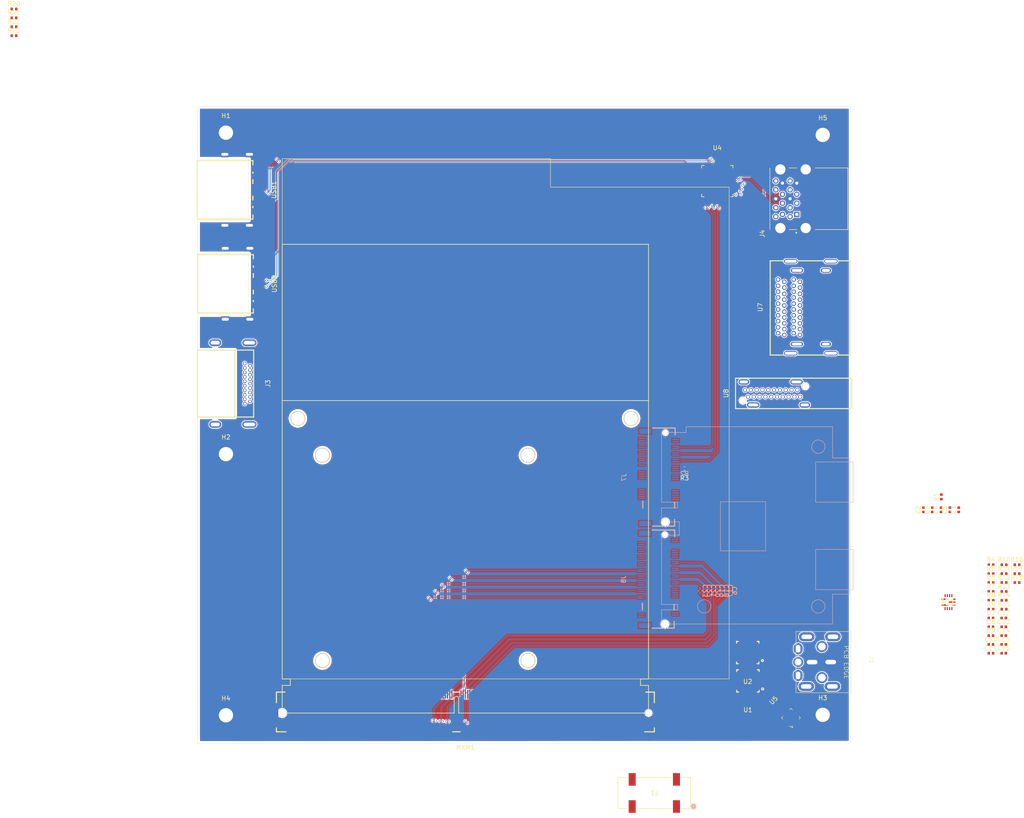
<source format=kicad_pcb>
(kicad_pcb (version 20241229) (generator "pcbnew") (generator_version "9.0")
  (layers (0 "F.Cu" signal) (4 "In1.Cu" signal) (6 "In2.Cu" signal) (2 "B.Cu" signal) (13 "F.Paste" user) (15 "B.Paste" user) (5 "F.SilkS" user "F.Silkscreen") (7 "B.SilkS" user "B.Silkscreen") (1 "F.Mask" user) (3 "B.Mask" user) (25 "Edge.Cuts" user))
  (net 0 "")
  (net 1 "GND")
  (net 2 "USB2_D_P")
  (net 3 "USB1_SSTX_N")
  (net 4 "USB2_SSRX_N")
  (net 5 "+5V")
  (net 6 "USB1_SSRX_N")
  (net 7 "USB2_SSRX_P")
  (net 8 "USB2_SSTX_N")
  (net 9 "USB2_SSTX_P")
  (net 10 "USB1_SSTX_P")
  (net 11 "USB1_SSRX_P")
  (net 12 "USB1_D_N")
  (net 13 "USB2_D_N")
  (net 14 "USB1_D_P")
  (net 15 "USB0_SSTX1_N")
  (net 16 "USB0_D_P")
  (net 17 "USB0_D_N")
  (net 18 "USB0_SSTX1_P")
  (net 19 "USB0_SSRX1_N")
  (net 20 "Net-(J7-P28)")
  (net 21 "USB0_SSRX1_P")
  (net 22 "USB3_D_P")
  (net 23 "USB3_D_N")
  (net 24 "DP_SRC_AUX_N")
  (net 25 "PW_VCC5v0_SYS")
  (net 26 "PW_VCC3v3")
  (net 27 "DG_PE_VBUS_EN")
  (net 28 "DP_PM_S3_EN")
  (net 29 "DP_PM_S0_EN")
  (net 100 "USB4_D_N")
  (net 101 "VCC_22V")
  (net 102 "USB3_SSRX_N")
  (net 103 "/POWER/DG_VCCHV_EN")
  (net 104 "/POWER/PW_VCHH_VCC")
  (net 105 "USB3_SSTX_P")
  (net 106 "USB4_SSRX_P")
  (net 107 "/POWER/PW_VCCHW_SW")
  (net 108 "USB4_D_P")
  (net 109 "USB4_SSTX_P")
  (net 110 "USB3_SSRX_P")
  (net 111 "USB4_SSTX_N")
  (net 112 "/POWER/AN_VCCHV_BST_R")
  (net 113 "USB3_SSTX_N")
  (net 114 "USB4_SSRX_N")
  (net 115 "/POWER/AN_VCCHV_FB")
  (net 116 "/POWER/AN_VCCHV_ILIM")
  (net 117 "/POWER/DG_PDO_VSEL2_2")
  (net 141 "DP_SRC_ML0_N")
  (net 142 "DP_SRC_ML3_P")
  (net 143 "DP_SRC_ML2_P")
  (net 144 "DP_SRC_ML2_N")
  (net 145 "DP_SRC_ML0_P")
  (net 146 "DP_SRC_ML1_N")
  (net 147 "DP_DPSRC_HPD")
  (net 148 "DP_SRC_ML3_N")
  (net 149 "DP_SRC_ML1_P")
  (net 150 "PCIE_RX0_N")
  (net 151 "PCIE_CLK100M_N")
  (net 152 "PCIE_TX1_P")
  (net 153 "PCIE_RX2_P")
  (net 154 "PCIE_RX3_N")
  (net 155 "PCIE_RX3_P")
  (net 156 "PCIE_TX3_N")
  (net 157 "DG_PA_SVR_EN")
  (net 159 "DG_PDO_SEL1")
  (net 160 "DG_PDO_SEL0")
  (net 161 "PEWAKE#")
  (net 162 "PCIE_TX0_N")
  (net 164 "PCIE_RX0_P")
  (net 165 "PCIE_TX1_N")
  (net 166 "PCIE_RX2_N")
  (net 167 "PCIE_RX1_P")
  (net 168 "DG_PB_SVR_EN")
  (net 169 "PCIE_TX3_P")
  (net 171 "PCIE_TX2_N")
  (net 172 "PCIE_RX1_N")
  (net 175 "PCIE_TX2_P")
  (net 176 "PCIe_RST#")
  (net 178 "PCIE_TX0_P")
  (net 184 "/POWER/AN_VCCHV_BST")
  (net 188 "/POWER/DG_VCCHV_PG")
  (net 189 "/POWER/DG_VCCHV_MODE")
  (net 190 "/POWER/DG_PDO_VSEL1_1")
  (net 192 "PW_DC_SIGNAL")
  (net 193 "VIN_20V")
  (net 194 "DG_MP2491C_EN")
  (net 195 "DG_PDO_VSEL1")
  (net 197 "DG_PDO_VSEL2")
  (net 199 "+1V2")
  (net 200 "+3V3")
  (net 201 "Net-(U4-RBIAS)")
  (net 206 "MXM_VCC_20V")
  (net 208 "PW_VCC_TBTB_VBUS")
  (net 209 "PW_VCC_TBTA_VBUS")
  (net 210 "Net-(J7-P30)")
  (net 211 "DP_SRC_AUX_P")
  (net 213 "Net-(J7-P32)")
  (net 297 "Net-(MXM1-5V-Pad1)")
  (net 469 "Net-(U5-COMP)")
  (net 470 "Net-(C26-Pad2)")
  (net 471 "Net-(U5-FREQ)")
  (net 473 "Net-(U5-FB)")
  (net 474 "Net-(D1-A)")
  (net 475 "Net-(U5-SS)")
  (net 485 "PCIE_CLK100M_P")
  (net 486 "/MXM/PCIE_TX3_C_N")
  (net 487 "/MXM/PCIE_TX3_C_P")
  (net 488 "/MXM/PCIE_TX2_C_N")
  (net 489 "/MXM/PCIE_TX2_C_P")
  (net 490 "/MXM/PCIE_TX1_C_P")
  (net 491 "/MXM/PCIE_TX0_C_N")
  (net 492 "/MXM/PCIE_TX0_C_P")
  (net 493 "/MXM/PCIE_TX1_C_N")
  (footprint "Capacitor_SMD:C_0402_1005Metric" (layer "F.Cu") (at 245.139999 112.670001 90)
    (property "Reference" "C1")
    (property "Value" "10uF/16v")
  )
  (footprint "Resistor_SMD:R_0402_1005Metric" (layer "F.Cu") (at 33.645 0.495)
    (property "Reference" "R20")
    (property "Value" "R_Small")
  )
  (footprint "Capacitor_SMD:C_0402_1005Metric" (layer "F.Cu") (at 255.22 142.83)
    (property "Reference" "C15")
    (property "Value" "22uF/35v")
  )
  (footprint "Resistor_SMD:R_0402_1005Metric" (layer "F.Cu") (at 252.37 126.98)
    (property "Reference" "R5")
    (property "Value" "200k")
  )
  (footprint "Resistor_SMD:R_0402_1005Metric" (layer "F.Cu") (at 255.28 132.95)
    (property "Reference" "R14")
    (property "Value" "100k")
  )
  (footprint "MountingHole:MountingHole_3.2mm_M3_DIN965_Pad" (layer "F.Cu") (at 214.7 28.7)
    (property "Reference" "H5")
    (property "Value" "MountingHole_Pad")
  )
  (footprint "Resistor_SMD:R_0402_1005Metric" (layer "F.Cu") (at 255.28 126.98)
    (property "Reference" "R11")
    (property "Value" "100k")
  )
  (footprint "MP2491CGQB-P:MP2491CGQBP" (layer "F.Cu") (at 242.85 133.35)
    (property "Reference" "IC1")
    (property "Value" "MP2491CGQB-P" (hide yes))
  )
  (footprint "HC-USB3.0-C345-P:USB-A-SMD_HC-USB3.0-C345-P" (layer "F.Cu") (at 84.3525 41 -90)
    (property "Reference" "USB1")
    (property "Value" "USB2_FRONT1")
  )
  (footprint "Resistor_SMD:R_0402_1005Metric" (layer "F.Cu") (at 258.19 126.98)
    (property "Reference" "R17")
    (property "Value" "0")
  )
  (footprint "Capacitor_SMD:C_0402_1005Metric" (layer "F.Cu") (at 252.35 140.86)
    (property "Reference" "C9")
    (property "Value" "10n/25v")
  )
  (footprint "Capacitor_SMD:C_0402_1005Metric" (layer "F.Cu") (at 239.230001 112.67 90)
    (property "Reference" "C3")
    (property "Value" "10uF/16v")
  )
  (footprint "Resistor_SMD:R_0402_1005Metric" (layer "F.Cu") (at 255.28 124.99)
    (property "Reference" "R10")
    (property "Value" "100k")
  )
  (footprint "Capacitor_SMD:C_0402_1005Metric" (layer "F.Cu") (at 252.35 136.92)
    (property "Reference" "C7")
    (property "Value" "22uF/25V")
  )
  (footprint "FOXCONN-3VD21203-H7U0-4H:USB-TH_3VD21203-H7U0-4H" (layer "F.Cu") (at 203.86 86.6 90)
    (property "Reference" "U8")
    (property "Value" "DP_REAR")
  )
  (footprint "Resistor_SMD:R_0402_1005Metric" (layer "F.Cu") (at 258.19 128.97)
    (property "Reference" "R18")
    (property "Value" "0")
  )
  (footprint "UL_3588:3588_KEY" (layer "F.Cu") (at 177 176.1 180)
    (property "Reference" "F1")
    (property "Value" "Fuse")
  )
  (footprint "Capacitor_SMD:C_0402_1005Metric" (layer "F.Cu") (at 255.22 140.86)
    (property "Reference" "C14")
    (property "Value" "220uF/16V")
  )
  (footprint "Resistor_SMD:R_0402_1005Metric" (layer "F.Cu") (at 33.645 2.485)
    (property "Reference" "R21")
    (property "Value" "80k")
  )
  (footprint "Capacitor_SMD:C_0402_1005Metric" (layer "F.Cu") (at 252.35 144.8)
    (property "Reference" "C11")
    (property "Value" "1u/50v")
  )
  (footprint "TI-TPS55340RTER:VQFN-16_L3.0-W3.0-P0.50-BL-EP1.7" (layer "F.Cu") (at 207.583883 159.262563 45)
    (property "Reference" "U5")
    (property "Value" "TPS55340RTER")
  )
  (footprint "Capacitor_SMD:C_0402_1005Metric" (layer "F.Cu") (at 252.35 142.83)
    (property "Reference" "C10")
    (property "Value" "2.2uF/25v")
  )
  (footprint "Korean-Hroparts-Elec-U-C-19DD-W-1:HDMI-SMD_U-C-19DD-W-1" (layer "F.Cu") (at 82.6 84.4 -90)
    (property "Reference" "J3")
    (property "Value" "HDMI_FRONT")
  )
  (footprint "Resistor_SMD:R_0402_1005Metric" (layer "F.Cu") (at 255.28 134.94)
    (property "Reference" "R15")
    (property "Value" "11k")
  )
  (footprint "Capacitor_SMD:C_0402_1005Metric" (layer "F.Cu") (at 237.260001 112.67 90)
    (property "Reference" "C2")
    (property "Value" "1uF/16v")
  )
  (footprint "Vishay Intertech SIC402ACD-T1-GE3:MLP55-32_L5.0-W5.0-P0.50-TL-EP" (layer "F.Cu") (at 197.95 151 180)
    (property "Reference" "U1")
    (property "Value" "5V-DCDC")
  )
  (footprint "Resistor_SMD:R_0402_1005Metric" (layer "F.Cu") (at 252.37 128.97)
    (property "Reference" "R6")
    (property "Value" "10k")
  )
  (footprint "Capacitor_SMD:C_0402_1005Metric" (layer "F.Cu") (at 255.22 138.89)
    (property "Reference" "C13")
    (property "Value" "220uF/16V")
  )
  (footprint "HC-USB3.0-C345-P:USB-A-SMD_HC-USB3.0-C345-P" (layer "F.Cu") (at 84.4525 62.05 -90)
    (property "Reference" "USB2")
    (property "Value" "USB2_FRONT2")
  )
  (footprint "Resistor_SMD:R_0402_1005Metric" (layer "F.Cu") (at 241.25 109.78 90)
    (property "Reference" "R1")
    (property "Value" "0k")
  )
  (footprint "Resistor_SMD:R_0402_1005Metric" (layer "F.Cu") (at 33.645 4.475)
    (property "Reference" "R22")
    (property "Value" "R_Small")
  )
  (footprint "Resistor_SMD:R_0402_1005Metric" (layer "F.Cu") (at 252.37 124.99)
    (property "Reference" "R4")
    (property "Value" "100k")
  )
  (footprint "Resistor_SMD:R_0402_1005Metric" (layer "F.Cu") (at 255.28 128.97)
    (property "Reference" "R12")
    (property "Value" "0")
  )
  (footprint "Microchip-Tech-USB5744T-2GX01:VQFN-56_L7.0-W7.0-P0.40-BR-EP4.6" (layer "F.Cu") (at 191.099999 39.049999)
    (property "Reference" "U4")
    (property "Value" "USB5744T/2GX01")
  )
  (footprint "Capacitor_SMD:C_0402_1005Metric" (layer "F.Cu") (at 241.199999 112.67 90)
    (property "Reference" "C4")
    (property "Value" "1uF/16v")
  )
  (footprint "XUNPU_DC-505:DC-505" (layer "F.Cu") (at 225.089143 146.279004 -90)
    (property "Reference" "J1")
    (property "Value" "Jack-DC")
  )
  (footprint "MountingHole:MountingHole_3.2mm_M3_DIN965_Pad" (layer "F.Cu") (at 81.1 158.7)
    (property "Reference" "H4")
    (property "Value" "MountingHole_Pad")
  )
  (footprint "Resistor_SMD:R_0402_1005Metric" (layer "F.Cu") (at 255.28 130.96)
    (property "Reference" "R13")
    (property "Value" "0")
  )
  (footprint "Capacitor_SMD:C_0402_1005Metric" (layer "F.Cu") (at 252.35 138.89)
    (property "Reference" "C8")
    (property "Value" "22uF/25v")
  )
  (footprint "Resistor_SMD:R_0402_1005Metric" (layer "F.Cu") (at 183.75 104.4 180)
    (property "Reference" "R3")
    (property "Value" "0k")
  )
  (footprint "usb3.0-stack:MOLEX_0484060003" (layer "F.Cu") (at 210.89 43 90)
    (property "Reference" "J4")
    (property "Value" "USB3_DOUBLE")
  )
  (footprint "MountingHole:MountingHole_3.2mm_M3_DIN965_Pad" (layer "F.Cu") (at 81.1 28.2)
    (property "Reference" "H1")
    (property "Value" "MountingHole_Pad")
  )
  (footprint "Resistor_SMD:R_0402_1005Metric" (layer "F.Cu") (at 33.645 6.465)
    (property "Reference" "R23")
    (property "Value" "R_Small")
  )
  (footprint "FOXCONN-3VD11203-DPA1-4H:DP-TH_3VD11203-DPA1-4H" (layer "F.Cu") (at 210.62 67.3 90)
    (property "Reference" "U7")
    (property "Value" "DISPLAYPORT_DOUBLE")
  )
  (footprint "Resistor_SMD:R_0402_1005Metric" (layer "F.Cu") (at 258.19 124.99)
    (property "Reference" "R16")
    (property "Value" "0")
  )
  (footprint "Vishay Intertech SIC402ACD-T1-GE3:MLP55-32_L5.0-W5.0-P0.50-TL-EP" (layer "F.Cu") (at 197.9 144.65 180)
    (property "Reference" "U2")
    (property "Value" "3v3-DCDC")
  )
  (footprint "MountingHole:MountingHole_3.2mm_M3_DIN965_Pad" (layer "F.Cu") (at 81.1 100.2)
    (property "Reference" "H2")
    (property "Value" "MountingHole_Pad")
  )
  (footprint "Resistor_SMD:R_0402_1005Metric" (layer "F.Cu") (at 252.37 134.94)
    (property "Reference" "R9")
    (property "Value" "0")
  )
  (footprint "Capacitor_SMD:C_0402_1005Metric" (layer "F.Cu") (at 243.17 112.669999 90)
    (property "Reference" "C5")
    (property "Value" "1uF/16v")
  )
  (footprint "FOXCONN-AS0B826-S78B-7H:CONN-SMD_AS0B826-S78B-7H" (layer "F.Cu") (at 134.699822 157.95107 180)
    (property "Reference" "MXM1")
    (property "Value" "AS0B826-S78B-7H")
  )
  (footprint "Capacitor_SMD:C_0402_1005Metric" (layer "F.Cu") (at 255.22 136.92)
    (property "Reference" "C12")
    (property "Value" "22uF/35v")
  )
  (footprint "Resistor_SMD:R_0402_1005Metric" (layer "F.Cu") (at 252.37 132.95)
    (property "Reference" "R8")
    (property "Value" "10k")
  )
  (footprint "Resistor_SMD:R_0402_1005Metric" (layer "F.Cu") (at 252.37 130.96)
    (property "Reference" "R7")
    (property "Value" "10k")
  )
  (footprint "Capacitor_SMD:C_0402_1005Metric" (layer "F.Cu") (at 255.22 144.8)
    (property "Reference" "C16")
    (property "Value" "18p/25v")
  )
  (footprint "MountingHole:MountingHole_3.2mm_M3_DIN965_Pad" (layer "F.Cu") (at 214.7 158.6)
    (property "Reference" "H3")
    (property "Value" "MountingHole_Pad")
  )
  (footprint "Capacitor_SMD:C_0402_1005Metric" (layer "B.Cu") (at 191.01737 130.808188 90)
    (property "Reference" "C19")
    (property "Value" "100n")
  )
  (footprint "Capacitor_SMD:C_0402_1005Metric" (layer "B.Cu") (at 191.985963 130.806909 90)
    (property "Reference" "C18")
    (property "Value" "100n")
  )
  (footprint "Capacitor_SMD:C_0402_1005Metric" (layer "B.Cu") (at 188.2 130.8 90)
    (property "Reference" "C22")
    (property "Value" "100n")
  )
  (footprint "LOTES-APCI0079-P002A-M.2:PCI-SMD_APCI0079-P002A" (layer "B.Cu") (at 177.874611 128.257308 -90)
    (property "Reference" "J8")
    (property "Value" "M.2_2_PCIE")
  )
  (footprint "Capacitor_SMD:C_0402_1005Metric" (layer "B.Cu") (at 187.256092 130.8 90)
    (property "Reference" "C23")
    (property "Value" "100n")
  )
  (footprint "Capacitor_SMD:C_0402_1005Metric" (layer "B.Cu") (at 192.91737 130.808188 90)
    (property "Reference" "C17")
    (property "Value" "100n")
  )
  (footprint "Capacitor_SMD:C_0402_1005Metric" (layer "B.Cu") (at 190.074326 130.812651 90)
    (property "Reference" "C20")
    (property "Value" "100n")
  )
  (footprint "Capacitor_SMD:C_0402_1005Metric" (layer "B.Cu") (at 193.834364 130.80969 90)
    (property "Reference" "C6")
    (property "Value" "100n")
  )
  (footprint "LOTES-APCI0079-P002A-M.2:PCI-SMD_APCI0079-P002A" (layer "B.Cu") (at 177.974614 105.407308 -90)
    (property "Reference" "J7")
    (property "Value" "M.2_1_USB")
  )
  (footprint "Capacitor_SMD:C_0402_1005Metric" (layer "B.Cu") (at 189.128641 130.807956 90)
    (property "Reference" "C21")
    (property "Value" "100n")
  )
  (footprint "Resistor_SMD:R_0402_1005Metric" (layer "B.Cu") (at 183.76 103.424999)
    (property "Reference" "R2")
    (property "Value" "0k (NC)")
  )
  (gr_line (start 93.699994 53.199995) (end 93.699997 150.55) (stroke (width 0.15)) (layer "F.SilkS"))
  (gr_line (start 193.75 150.55) (end 193.75 40.399999) (stroke (width 0.1)) (layer "F.SilkS"))
  (gr_line (start 175.699999 152) (end 173.899998 151.999996) (stroke (width 0.15)) (layer "F.SilkS"))
  (gr_line (start 93.699998 151.999998) (end 95.5 151.999999) (stroke (width 0.15)) (layer "F.SilkS"))
  (gr_line (start 93.699998 151.999998) (end 93.699997 158.200001) (stroke (width 0.15)) (layer "F.SilkS"))
  (gr_arc (start 132.199998 154.949999) (mid 132.699999 154.449998) (end 133.199998 154.949998) (stroke (width 0.15)) (layer "F.SilkS"))
  (gr_line (start 153.75 33.999999) (end 93.7 33.999999) (stroke (width 0.1)) (layer "F.SilkS"))
  (gr_line (start 175.699996 88.2) (end 93.699999 88.199997) (stroke (width 0.15)) (layer "F.SilkS"))
  (gr_line (start 93.699997 150.55) (end 93.7 33.999999) (stroke (width 0.1)) (layer "F.SilkS"))
  (gr_line (start 133.199996 158.2) (end 175.699995 158.199999) (stroke (width 0.15)) (layer "F.SilkS"))
  (gr_line (start 153.75 40.399999) (end 153.75 33.999999) (stroke (width 0.1)) (layer "F.SilkS"))
  (gr_circle (center 171.799996 92.199999) (end 171.8 93.799995) (stroke (width 0.15)) (fill no) (layer "F.SilkS"))
  (gr_line (start 175.699997 110.81) (end 175.699999 53.199998) (stroke (width 0.15)) (layer "F.SilkS"))
  (gr_line (start 193.75 40.399999) (end 153.75 40.399999) (stroke (width 0.1)) (layer "F.SilkS"))
  (gr_line (start 173.899998 150.549995) (end 175.699998 150.549997) (stroke (width 0.15)) (layer "F.SilkS"))
  (gr_circle (center 148.7 146.449999) (end 148.699997 148.050002) (stroke (width 0.15)) (fill no) (layer "F.SilkS"))
  (gr_line (start 175.699995 158.199999) (end 175.699999 152) (stroke (width 0.15)) (layer "F.SilkS"))
  (gr_line (start 173.899998 151.999996) (end 173.899998 150.549995) (stroke (width 0.15)) (layer "F.SilkS"))
  (gr_line (start 175.699998 150.549997) (end 175.699997 110.81) (stroke (width 0.15)) (layer "F.SilkS"))
  (gr_circle (center 148.699997 100.450001) (end 148.699998 102.049998) (stroke (width 0.15)) (fill no) (layer "F.SilkS"))
  (gr_line (start 133.199998 154.949998) (end 133.199996 158.2) (stroke (width 0.15)) (layer "F.SilkS"))
  (gr_line (start 95.499997 150.549999) (end 93.699997 150.55) (stroke (width 0.15)) (layer "F.SilkS"))
  (gr_circle (center 97.199998 92.199999) (end 97.199995 93.799999) (stroke (width 0.15)) (fill no) (layer "F.SilkS"))
  (gr_line (start 95.5 151.999999) (end 95.499997 150.549999) (stroke (width 0.15)) (layer "F.SilkS"))
  (gr_circle (center 102.699998 100.45) (end 102.699996 102.049999) (stroke (width 0.15)) (fill no) (layer "F.SilkS"))
  (gr_line (start 93.699997 158.200001) (end 132.199998 158.2) (stroke (width 0.15)) (layer "F.SilkS"))
  (gr_circle (center 102.699996 146.449998) (end 102.699998 148.050001) (stroke (width 0.15)) (fill no) (layer "F.SilkS"))
  (gr_line (start 93.699997 150.55) (end 193.75 150.55) (stroke (width 0.1)) (layer "F.SilkS"))
  (gr_line (start 132.199998 158.2) (end 132.199998 154.949999) (stroke (width 0.15)) (layer "F.SilkS"))
  (gr_line (start 175.699999 53.199998) (end 93.699994 53.199995) (stroke (width 0.15)) (layer "F.SilkS"))
  (gr_circle (center 102.699998 100.45) (end 102.699996 102.049999) (stroke (width 0.15)) (fill no) (layer "B.SilkS"))
  (gr_circle (center 213.69588 134.311843) (end 215.19588 134.311843) (stroke (width 0.1)) (fill no) (layer "B.SilkS"))
  (gr_line (start 178.604613 95.357308) (end 178.604613 110.957308) (stroke (width 0.1)) (layer "B.SilkS"))
  (gr_line (start 182.204613 135.057308) (end 178.604613 135.057308) (stroke (width 0.1)) (layer "B.SilkS"))
  (gr_line (start 201.904613 110.857308) (end 191.804613 110.857308) (stroke (width 0.1)) (layer "B.SilkS"))
  (gr_line (start 216.904613 131.557308) (end 220.704613 131.557308) (stroke (width 0.1)) (layer "B.SilkS"))
  (gr_line (start 178.604613 138.257308) (end 216.904613 138.257308) (stroke (width 0.1)) (layer "B.SilkS"))
  (gr_line (start 178.604613 112.257308) (end 178.604613 115.357308) (stroke (width 0.1)) (layer "B.SilkS"))
  (gr_circle (center 97.199998 92.199999) (end 97.199995 93.799999) (stroke (width 0.15)) (fill no) (layer "B.SilkS"))
  (gr_line (start 220.704613 131.557308) (end 220.704613 101.057308) (stroke (width 0.1)) (layer "B.SilkS"))
  (gr_line (start 178.604613 110.957308) (end 182.204613 110.957308) (stroke (width 0.1)) (layer "B.SilkS"))
  (gr_line (start 191.804613 121.857308) (end 201.904613 121.857308) (stroke (width 0.1)) (layer "B.SilkS"))
  (gr_line (start 182.204613 133.857308) (end 182.204613 135.057308) (stroke (width 0.1)) (layer "B.SilkS"))
  (gr_line (start 221.504613 130.557308) (end 221.504613 121.557308) (stroke (width 0.1)) (layer "B.SilkS"))
  (gr_circle (center 171.799996 92.199999) (end 171.8 93.799995) (stroke (width 0.15)) (fill no) (layer "B.SilkS"))
  (gr_circle (center 148.7 146.449999) (end 148.699997 148.050002) (stroke (width 0.15)) (fill no) (layer "B.SilkS"))
  (gr_line (start 178.604613 115.357308) (end 182.604613 115.357308) (stroke (width 0.1)) (layer "B.SilkS"))
  (gr_line (start 201.904613 121.857308) (end 201.904613 110.857308) (stroke (width 0.1)) (layer "B.SilkS"))
  (gr_circle (center 102.699996 146.449998) (end 102.699998 148.050001) (stroke (width 0.15)) (fill no) (layer "B.SilkS"))
  (gr_line (start 216.904613 138.257308) (end 216.904613 131.557308) (stroke (width 0.1)) (layer "B.SilkS"))
  (gr_line (start 213.104613 101.957308) (end 213.104613 110.957308) (stroke (width 0.1)) (layer "B.SilkS"))
  (gr_line (start 216.904613 101.057308) (end 216.904613 94.057308) (stroke (width 0.1)) (layer "B.SilkS"))
  (gr_line (start 182.604613 115.357308) (end 182.604613 118.357308) (stroke (width 0.1)) (layer "B.SilkS"))
  (gr_circle (center 213.711726 98.530044) (end 215.211726 98.530044) (stroke (width 0.1)) (fill no) (layer "B.SilkS"))
  (gr_line (start 191.804613 110.857308) (end 191.804613 121.857308) (stroke (width 0.1)) (layer "B.SilkS"))
  (gr_line (start 184.104613 95.357308) (end 178.604613 95.357308) (stroke (width 0.1)) (layer "B.SilkS"))
  (gr_line (start 182.204613 112.257308) (end 178.604613 112.257308) (stroke (width 0.1)) (layer "B.SilkS"))
  (gr_line (start 178.604613 135.057308) (end 178.604613 138.257308) (stroke (width 0.1)) (layer "B.SilkS"))
  (gr_line (start 178.604613 133.857308) (end 182.204613 133.857308) (stroke (width 0.1)) (layer "B.SilkS"))
  (gr_line (start 221.504613 101.957308) (end 213.104613 101.957308) (stroke (width 0.1)) (layer "B.SilkS"))
  (gr_line (start 178.604613 118.357308) (end 178.604613 133.857308) (stroke (width 0.1)) (layer "B.SilkS"))
  (gr_line (start 221.504613 121.557308) (end 213.104613 121.557308) (stroke (width 0.1)) (layer "B.SilkS"))
  (gr_line (start 182.204613 110.957308) (end 182.204613 112.257308) (stroke (width 0.1)) (layer "B.SilkS"))
  (gr_circle (center 148.699997 100.450001) (end 148.699998 102.049998) (stroke (width 0.15)) (fill no) (layer "B.SilkS"))
  (gr_line (start 213.104613 130.557308) (end 221.504613 130.557308) (stroke (width 0.1)) (layer "B.SilkS"))
  (gr_line (start 213.104613 121.557308) (end 213.104613 130.557308) (stroke (width 0.1)) (layer "B.SilkS"))
  (gr_line (start 221.504613 110.957308) (end 221.504613 101.957308) (stroke (width 0.1)) (layer "B.SilkS"))
  (gr_line (start 220.704613 101.057308) (end 216.904613 101.057308) (stroke (width 0.1)) (layer "B.SilkS"))
  (gr_line (start 213.104613 110.957308) (end 221.504613 110.957308) (stroke (width 0.1)) (layer "B.SilkS"))
  (gr_line (start 182.604613 118.357308) (end 178.604613 118.357308) (stroke (width 0.1)) (layer "B.SilkS"))
  (gr_circle (center 188.168593 134.3) (end 189.668593 134.3) (stroke (width 0.1)) (fill no) (layer "B.SilkS"))
  (gr_line (start 216.904613 94.057308) (end 184.104613 94.057308) (stroke (width 0.1)) (layer "B.SilkS"))
  (gr_line (start 184.104613 94.057308) (end 184.104613 95.357308) (stroke (width 0.1)) (layer "B.SilkS"))
  (gr_line (start 74.8 69) (end 86.2 69) (stroke (width 0.05)) (layer "Edge.Cuts"))
  (gr_circle (center 102.699998 100.45) (end 102.699996 102.049999) (stroke (width 0.1)) (fill no) (layer "Edge.Cuts"))
  (gr_line (start 74.8 76.9) (end 83.1 76.9) (stroke (width 0.05)) (layer "Edge.Cuts"))
  (gr_line (start 74.8 47.8) (end 86.2 47.8) (stroke (width 0.05)) (layer "Edge.Cuts"))
  (gr_line (start 74.784164 22.35) (end 221 22.35) (stroke (width 0.05)) (layer "Edge.Cuts"))
  (gr_circle (center 148.7 146.449999) (end 148.699997 148.050002) (stroke (width 0.1)) (fill no) (layer "Edge.Cuts"))
  (gr_line (start 74.8 76.9) (end 74.8 69) (stroke (width 0.05)) (layer "Edge.Cuts"))
  (gr_circle (center 97.199998 92.199999) (end 97.199995 93.799999) (stroke (width 0.1)) (fill no) (layer "Edge.Cuts"))
  (gr_line (start 86.2 34.1) (end 74.9 34.1) (stroke (width 0.05)) (layer "Edge.Cuts"))
  (gr_line (start 74.9 34.1) (end 74.8 34.1) (stroke (width 0.05)) (layer "Edge.Cuts"))
  (gr_line (start 74.8 91.9) (end 83.1 91.9) (stroke (width 0.05)) (layer "Edge.Cuts"))
  (gr_line (start 86.2 69) (end 86.2 55.3) (stroke (width 0.05)) (layer "Edge.Cuts"))
  (gr_line (start 86.2 47.8) (end 86.2 34.1) (stroke (width 0.05)) (layer "Edge.Cuts"))
  (gr_line (start 74.8 55.3) (end 74.8 47.8) (stroke (width 0.05)) (layer "Edge.Cuts"))
  (gr_circle (center 102.699996 146.449998) (end 102.699998 148.050001) (stroke (width 0.1)) (fill no) (layer "Edge.Cuts"))
  (gr_line (start 74.784164 22.35) (end 74.8 34.1) (stroke (width 0.05)) (layer "Edge.Cuts"))
  (gr_line (start 221 164.9) (end 74.8 164.95) (stroke (width 0.05)) (layer "Edge.Cuts"))
  (gr_line (start 74.8 164.95) (end 74.8 91.9) (stroke (width 0.05)) (layer "Edge.Cuts"))
  (gr_circle (center 148.699997 100.450001) (end 148.699998 102.049998) (stroke (width 0.1)) (fill no) (layer "Edge.Cuts"))
  (gr_circle (center 171.799996 92.199999) (end 171.8 93.799995) (stroke (width 0.1)) (fill no) (layer "Edge.Cuts"))
  (gr_line (start 74.8 55.3) (end 86.2 55.3) (stroke (width 0.05)) (layer "Edge.Cuts"))
  (gr_line (start 221 22.35) (end 221 164.9) (stroke (width 0.05)) (layer "Edge.Cuts"))
  (gr_line (start 83.1 91.9) (end 83.1 76.9) (stroke (width 0.05)) (layer "Edge.Cuts"))
  (segment (start 195.219999 38.849998) (end 194.549998 38.849998) (width 0.115) (layer "F.Cu") (net 2))
  (segment (start 195.270001 38.9) (end 195.219999 38.849998) (width 0.115) (layer "F.Cu") (net 2))
  (segment (start 195.7 38.9) (end 195.270001 38.9) (width 0.115) (layer "F.Cu") (net 2))
  (via (at 195.7 38.9) (size 0.5) (drill 0.3) (layers "F.Cu" "B.Cu") (net 2))
  (segment (start 205.04988 42.640121) (end 205.69 42.000001) (width 0.115) (layer "B.Cu") (net 2))
  (segment (start 203.08274 42.8875) (end 203.83274 42.1375) (width 0.115) (layer "B.Cu") (net 2))
  (segment (start 198.434512 38.374) (end 202.948012 42.8875) (width 0.115) (layer "B.Cu") (net 2))
  (segment (start 196.5 38.2) (end 196.674 38.374) (width 0.115) (layer "B.Cu") (net 2))
  (segment (start 196.1 38.2) (end 196.5 38.2) (width 0.115) (layer "B.Cu") (net 2))
  (segment (start 202.948012 42.8875) (end 203.08274 42.8875) (width 0.115) (layer "B.Cu") (net 2))
  (segment (start 196.674 38.374) (end 198.434512 38.374) (width 0.115) (layer "B.Cu") (net 2))
  (segment (start 203.83274 42.1375) (end 204.54726 42.1375) (width 0.115) (layer "B.Cu") (net 2))
  (segment (start 195.7 38.9) (end 195.7 38.6) (width 0.115) (layer "B.Cu") (net 2))
  (segment (start 195.7 38.6) (end 196.1 38.2) (width 0.115) (layer "B.Cu") (net 2))
  (segment (start 204.54726 42.1375) (end 205.04988 42.640121) (width 0.115) (layer "B.Cu") (net 2))
  (segment (start 196.615668 40.884332) (end 196.343432 40.884332) (width 0.115) (layer "F.Cu") (net 3))
  (segment (start 196.343432 40.884332) (end 195.996596 40.537496) (width 0.115) (layer "F.Cu") (net 3))
  (segment (start 194.6375 40.537496) (end 194.550001 40.449997) (width 0.115) (layer "F.Cu") (net 3))
  (segment (start 195.996596 40.537496) (end 194.6375 40.537496) (width 0.115) (layer "F.Cu") (net 3))
  (via (at 196.615668 40.884332) (size 0.5) (drill 0.3) (layers "F.Cu" "B.Cu") (net 3))
  (segment (start 200.045695 36.537496) (end 202.5082 39.000001) (width 0.115) (layer "F.Cu") (net 4))
  (segment (start 202.5082 39.000001) (end 204.190001 39.000001) (width 0.115) (layer "F.Cu") (net 4))
  (segment (start 194.549999 36.449998) (end 194.637497 36.537496) (width 0.115) (layer "F.Cu") (net 4))
  (segment (start 194.637497 36.537496) (end 200.045695 36.537496) (width 0.115) (layer "F.Cu") (net 4))
  (via (at 197.115668 39.584332) (size 0.5) (drill 0.3) (layers "F.Cu" "B.Cu") (net 6))
  (segment (start 199.952497 36.762497) (end 204.19 41) (width 0.115) (layer "F.Cu") (net 7))
  (segment (start 194.549996 36.849998) (end 194.637497 36.762497) (width 0.115) (layer "F.Cu") (net 7))
  (segment (start 194.637497 36.762497) (end 199.952497 36.762497) (width 0.115) (layer "F.Cu") (net 7))
  (segment (start 204.19 45) (end 202.508198 45) (width 0.115) (layer "F.Cu") (net 8))
  (segment (start 201.7125 44.204302) (end 201.7125 40.0534) (width 0.115) (layer "F.Cu") (net 8))
  (segment (start 202.508198 45) (end 201.7125 44.204302) (width 0.115) (layer "F.Cu") (net 8))
  (segment (start 201.7125 40.0534) (end 199.396596 37.737496) (width 0.115) (layer "F.Cu") (net 8))
  (segment (start 199.396596 37.737496) (end 194.637498 37.737496) (width 0.115) (layer "F.Cu") (net 8))
  (segment (start 194.637498 37.737496) (end 194.55 37.649998) (width 0.115) (layer "F.Cu") (net 8))
  (segment (start 201.4875 44.297501) (end 201.4875 40.1466) (width 0.115) (layer "F.Cu") (net 9))
  (segment (start 201.4875 40.1466) (end 199.303397 37.962497) (width 0.115) (layer "F.Cu") (net 9))
  (segment (start 204.189999 47) (end 201.4875 44.297501) (width 0.115) (layer "F.Cu") (net 9))
  (segment (start 199.303397 37.962497) (end 194.637498 37.962497) (width 0.115) (layer "F.Cu") (net 9))
  (segment (start 194.637498 37.962497) (end 194.549999 38.049996) (width 0.115) (layer "F.Cu") (net 9))
  (segment (start 194.6375 40.762497) (end 194.549998 40.849999) (width 0.115) (layer "F.Cu") (net 10))
  (segment (start 196.184332 41.315668) (end 196.184332 41.043432) (width 0.115) (layer "F.Cu") (net 10))
  (segment (start 196.184332 41.043432) (end 195.903397 40.762497) (width 0.115) (layer "F.Cu") (net 10))
  (segment (start 195.903397 40.762497) (end 194.6375 40.762497) (width 0.115) (layer "F.Cu") (net 10))
  (via (at 196.184332 41.315668) (size 0.5) (drill 0.3) (layers "F.Cu" "B.Cu") (net 10))
  (via (at 196.684332 40.015668) (size 0.5) (drill 0.3) (layers "F.Cu" "B.Cu") (net 11))
  (segment (start 193.988999 41.389) (end 194.127997 41.250002) (width 0.1) (layer "F.Cu") (net 12))
  (segment (start 194.177999 42.1) (end 193.988999 41.911) (width 0.1) (layer "F.Cu") (net 12))
  (segment (start 195.249857 42.1) (end 194.177999 42.1) (width 0.1) (layer "F.Cu") (net 12))
  (segment (start 193.988999 41.911) (end 193.988999 41.389) (width 0.1) (layer "F.Cu") (net 12))
  (segment (start 194.127997 41.250002) (end 194.549999 41.250002) (width 0.1) (layer "F.Cu") (net 12))
  (via (at 195.249857 42.1) (size 0.5) (drill 0.3) (layers "F.Cu" "B.Cu") (net 12))
  (segment (start 194.5585 38.4415) (end 194.549999 38.450001) (width 0.115) (layer "F.Cu") (net 13))
  (segment (start 196.028291 38.4415) (end 194.5585 38.4415) (width 0.115) (layer "F.Cu") (net 13))
  (segment (start 196.331075 38.744284) (end 196.028291 38.4415) (width 0.115) (layer "F.Cu") (net 13))
  (via (at 196.331075 38.744284) (size 0.5) (drill 0.3) (layers "F.Cu" "B.Cu") (net 13))
  (segment (start 204.54726 43.8625) (end 205.049879 43.35988) (width 0.115) (layer "B.Cu") (net 13))
  (segment (start 196.475359 38.6) (end 198.3409 38.6) (width 0.115) (layer "B.Cu") (net 13))
  (segment (start 198.3409 38.6) (end 203.6034 43.8625) (width 0.115) (layer "B.Cu") (net 13))
  (segment (start 196.331075 38.744284) (end 196.475359 38.6) (width 0.115) (layer "B.Cu") (net 13))
  (segment (start 205.049879 43.35988) (end 205.69 44) (width 0.115) (layer "B.Cu") (net 13))
  (segment (start 203.6034 43.8625) (end 204.54726 43.8625) (width 0.115) (layer "B.Cu") (net 13))
  (segment (start 196.216668 41.816668) (end 195.976811 41.816668) (width 0.1) (layer "F.Cu") (net 14))
  (segment (start 195.810143 41.65) (end 194.549999 41.65) (width 0.1) (layer "F.Cu") (net 14))
  (segment (start 195.976811 41.816668) (end 195.810143 41.65) (width 0.1) (layer "F.Cu") (net 14))
  (segment (start 196.4 42) (end 196.216668 41.816668) (width 0.1) (layer "F.Cu") (net 14))
  (via (at 196.4 42) (size 0.5) (drill 0.3) (layers "F.Cu" "B.Cu") (net 14))
  (segment (start 190.499996 44.604688) (end 190.353063 44.751621) (width 0.115) (layer "F.Cu") (net 15))
  (segment (start 190.499996 42.500001) (end 190.499996 44.604688) (width 0.115) (layer "F.Cu") (net 15))
  (segment (start 190.353063 44.751621) (end 190.353063 45.023857) (width 0.115) (layer "F.Cu") (net 15))
  (via (at 190.353063 45.023857) (size 0.5) (drill 0.3) (layers "F.Cu" "B.Cu") (net 15))
  (segment (start 182.907115 100.407308) (end 183.044616 100.269807) (width 0.115) (layer "B.Cu") (net 15))
  (segment (start 190.7125 46.1534) (end 190.146728 45.587628) (width 0.115) (layer "B.Cu") (net 15))
  (segment (start 190.7125 99.582922) (end 190.7125 46.1534) (width 0.115) (layer "B.Cu") (net 15))
  (segment (start 181.744614 100.407308) (end 182.907115 100.407308) (width 0.115) (layer "B.Cu") (net 15))
  (segment (start 190.146728 45.230192) (end 190.353063 45.023857) (width 0.115) (layer "B.Cu") (net 15))
  (segment (start 183.044616 100.269807) (end 190.025615 100.269807) (width 0.115) (layer "B.Cu") (net 15))
  (segment (start 190.025615 100.269807) (end 190.7125 99.582922) (width 0.115) (layer "B.Cu") (net 15))
  (segment (start 190.146728 45.587628) (end 190.146728 45.230192) (width 0.115) (layer "B.Cu") (net 15))
  (segment (start 189.187247 44.288289) (end 189.386522 44.089014) (width 0.115) (layer "F.Cu") (net 16))
  (segment (start 188.6465 44.810083) (end 188.915083 44.5415) (width 0.115) (layer "F.Cu") (net 16))
  (segment (start 189.386522 42.586521) (end 189.299999 42.499998) (width 0.115) (layer "F.Cu") (net 16))
  (segment (start 189.187247 44.306368) (end 189.187247 44.288289) (width 0.115) (layer "F.Cu") (net 16))
  (segment (start 188.915083 44.5415) (end 188.952115 44.5415) (width 0.115) (layer "F.Cu") (net 16))
  (segment (start 188.6465 44.8485) (end 188.6465 44.810083) (width 0.115) (layer "F.Cu") (net 16))
  (segment (start 189.386522 44.089014) (end 189.386522 42.586521) (width 0.115) (layer "F.Cu") (net 16))
  (segment (start 188.952115 44.5415) (end 189.187247 44.306368) (width 0.115) (layer "F.Cu") (net 16))
  (segment (start 188.495 45) (end 188.6465 44.8485) (width 0.115) (layer "F.Cu") (net 16))
  (via (at 188.495 45) (size 0.5) (drill 0.3) (layers "F.Cu" "B.Cu") (net 16))
  (segment (start 189.9475 98.0934) (end 189.9475 46.6066) (width 0.115) (layer "B.Cu") (net 16))
  (segment (start 189.9475 46.6066) (end 188.687499 45.346599) (width 0.115) (layer "B.Cu") (net 16))
  (segment (start 188.687499 45.192499) (end 188.495 45) (width 0.115) (layer "B.Cu") (net 16))
  (segment (start 189.496093 98.544807) (end 189.9475 98.0934) (width 0.115) (layer "B.Cu") (net 16))
  (segment (start 181.882113 98.544807) (end 189.496093 98.544807) (width 0.115) (layer "B.Cu") (net 16))
  (segment (start 188.687499 45.346599) (end 188.687499 45.192499) (width 0.115) (layer "B.Cu") (net 16))
  (segment (start 181.744614 98.407308) (end 181.882113 98.544807) (width 0.115) (layer "B.Cu") (net 16))
  (segment (start 189.105 44.708199) (end 189.413227 44.399972) (width 0.115) (layer "F.Cu") (net 17))
  (segment (start 189.612502 42.5875) (end 189.700001 42.500001) (width 0.115) (layer "F.Cu") (net 17))
  (segment (start 189.105 45) (end 189.105 44.708199) (width 0.115) (layer "F.Cu") (net 17))
  (segment (start 189.413227 44.381893) (end 189.612502 44.182618) (width 0.115) (layer "F.Cu") (net 17))
  (segment (start 189.413227 44.399972) (end 189.413227 44.381893) (width 0.115) (layer "F.Cu") (net 17))
  (segment (start 189.612502 44.182618) (end 189.612502 42.5875) (width 0.115) (layer "F.Cu") (net 17))
  (via (at 189.105 45) (size 0.5) (drill 0.3) (layers "F.Cu" "B.Cu") (net 17))
  (segment (start 190.1725 46.5134) (end 188.912501 45.253401) (width 0.115) (layer "B.Cu") (net 17))
  (segment (start 181.744615 98.907307) (end 181.882113 98.769809) (width 0.115) (layer "B.Cu") (net 17))
  (segment (start 181.882113 98.769809) (end 189.589291 98.769809) (width 0.115) (layer "B.Cu") (net 17))
  (segment (start 190.1725 98.1866) (end 190.1725 46.5134) (width 0.115) (layer "B.Cu") (net 17))
  (segment (start 188.912501 45.192499) (end 189.105 45) (width 0.115) (layer "B.Cu") (net 17))
  (segment (start 188.912501 45.253401) (end 188.912501 45.192499) (width 0.115) (layer "B.Cu") (net 17))
  (segment (start 189.589291 98.769809) (end 190.1725 98.1866) (width 0.115) (layer "B.Cu") (net 17))
  (segment (start 190.193963 44.592521) (end 189.921727 44.592521) (width 0.115) (layer "F.Cu") (net 18))
  (segment (start 190.231496 42.631495) (end 190.231496 44.554988) (width 0.115) (layer "F.Cu") (net 18))
  (segment (start 190.231496 44.554988) (end 190.193963 44.592521) (width 0.115) (layer "F.Cu") (net 18))
  (segment (start 190.1 42.499999) (end 190.231496 42.631495) (width 0.115) (layer "F.Cu") (net 18))
  (via (at 189.921727 44.592521) (size 0.5) (drill 0.3) (layers "F.Cu" "B.Cu") (net 18))
  (segment (start 189.921727 45.680827) (end 189.921727 45.240938) (width 0.115) (layer "B.Cu") (net 18))
  (segment (start 189.894563 45.213774) (end 189.894563 44.83394) (width 0.115) (layer "B.Cu") (net 18))
  (segment (start 189.932414 100.044808) (end 190.4875 99.489722) (width 0.115) (layer "B.Cu") (net 18))
  (segment (start 190.4875 46.2466) (end 189.921727 45.680827) (width 0.115) (layer "B.Cu") (net 18))
  (segment (start 183.044616 100.044808) (end 189.932414 100.044808) (width 0.115) (layer "B.Cu") (net 18))
  (segment (start 189.894563 44.83394) (end 189.921727 44.806776) (width 0.115) (layer "B.Cu") (net 18))
  (segment (start 189.921727 44.806776) (end 189.921727 44.592521) (width 0.115) (layer "B.Cu") (net 18))
  (segment (start 190.4875 99.489722) (end 190.4875 46.2466) (width 0.115) (layer "B.Cu") (net 18))
  (segment (start 181.744614 99.907307) (end 182.907115 99.907307) (width 0.115) (layer "B.Cu") (net 18))
  (segment (start 182.907115 99.907307) (end 183.044616 100.044808) (width 0.115) (layer "B.Cu") (net 18))
  (segment (start 189.921727 45.240938) (end 189.894563 45.213774) (width 0.115) (layer "B.Cu") (net 18))
  (segment (start 191.699997 42.499999) (end 191.6125 42.587496) (width 0.115) (layer "F.Cu") (net 19))
  (segment (start 191.515668 44.843432) (end 191.515668 45.115668) (width 0.115) (layer "F.Cu") (net 19))
  (segment (start 191.6125 43.899995) (end 191.612495 43.9) (width 0.115) (layer "F.Cu") (net 19))
  (segment (start 191.6125 42.587496) (end 191.6125 43.899995) (width 0.115) (layer "F.Cu") (net 19))
  (segment (start 191.612495 44.746605) (end 191.515668 44.843432) (width 0.115) (layer "F.Cu") (net 19))
  (segment (start 191.612495 43.9) (end 191.612495 44.746605) (width 0.115) (layer "F.Cu") (net 19))
  (via (at 191.515668 45.115668) (size 0.5) (drill 0.3) (layers "F.Cu" "B.Cu") (net 19))
  (segment (start 191.309333 99.749767) (end 189.289292 101.769808) (width 0.115) (layer "B.Cu") (net 19))
  (segment (start 191.515668 45.115668) (end 191.309333 45.322003) (width 0.115) (layer "B.Cu") (net 19))
  (segment (start 189.289292 101.769808) (end 183.044615 101.769808) (width 0.115) (layer "B.Cu") (net 19))
  (segment (start 183.044615 101.769808) (end 182.907115 101.907308) (width 0.115) (layer "B.Cu") (net 19))
  (segment (start 191.309333 45.322003) (end 191.309333 99.749767) (width 0.115) (layer "B.Cu") (net 19))
  (segment (start 182.907115 101.907308) (end 181.744614 101.907308) (width 0.115) (layer "B.Cu") (net 19))
  (segment (start 191.356568 44.684332) (end 191.084332 44.684332) (width 0.115) (layer "F.Cu") (net 21))
  (segment (start 191.387495 44.653405) (end 191.356568 44.684332) (width 0.115) (layer "F.Cu") (net 21))
  (segment (start 191.387498 42.587496) (end 191.387498 43.899997) (width 0.115) (layer "F.Cu") (net 21))
  (segment (start 191.387498 43.899997) (end 191.387495 43.9) (width 0.115) (layer "F.Cu") (net 21))
  (segment (start 191.387495 43.9) (end 191.387495 44.653405) (width 0.115) (layer "F.Cu") (net 21))
  (segment (start 191.3 42.499998) (end 191.387498 42.587496) (width 0.115) (layer "F.Cu") (net 21))
  (via (at 191.084332 44.684332) (size 0.5) (drill 0.3) (layers "F.Cu" "B.Cu") (net 21))
  (segment (start 189.196091 101.544809) (end 183.044615 101.544809) (width 0.115) (layer "B.Cu") (net 21))
  (segment (start 191.057168 44.925751) (end 191.057168 45.305585) (width 0.115) (layer "B.Cu") (net 21))
  (segment (start 191.084332 99.656568) (end 189.196091 101.544809) (width 0.115) (layer "B.Cu") (net 21))
  (segment (start 182.907115 101.407309) (end 181.744614 101.407309) (width 0.115) (layer "B.Cu") (net 21))
  (segment (start 191.084332 45.332749) (end 191.084332 99.656568) (width 0.115) (layer "B.Cu") (net 21))
  (segment (start 191.057168 45.305585) (end 191.084332 45.332749) (width 0.115) (layer "B.Cu") (net 21))
  (segment (start 183.044615 101.544809) (end 182.907115 101.407309) (width 0.115) (layer "B.Cu") (net 21))
  (segment (start 191.084332 44.898587) (end 191.057168 44.925751) (width 0.115) (layer "B.Cu") (net 21))
  (segment (start 191.084332 44.684332) (end 191.084332 44.898587) (width 0.115) (layer "B.Cu") (net 21))
  (segment (start 95.0534 31.8875) (end 92.756568 34.184332) (width 0.115) (layer "F.Cu") (net 22))
  (segment (start 92.756568 34.184332) (end 92.484332 34.184332) (width 0.115) (layer "F.Cu") (net 22))
  (segment (start 192.812497 35.512498) (end 192.812497 33.353397) (width 0.115) (layer "F.Cu") (net 22))
  (segment (start 192.812497 33.353397) (end 191.3466 31.8875) (width 0.115) (layer "F.Cu") (net 22))
  (segment (start 192.899999 35.6) (end 192.812497 35.512498) (width 0.115) (layer "F.Cu") (net 22))
  (segment (start 191.3466 31.8875) (end 95.0534 31.8875) (width 0.115) (layer "F.Cu") (net 22))
  (segment (start 90.23103 41.366864) (end 89.976667 41.112501) (width 0.115) (layer "F.Cu") (net 22))
  (segment (start 88.44 41.112501) (end 87.8525 41.700001) (width 0.115) (layer "F.Cu") (net 22))
  (segment (start 89.976667 41.112501) (end 88.44 41.112501) (width 0.115) (layer "F.Cu") (net 22))
  (via (at 92.484332 34.184332) (size 0.5) (drill 0.3) (layers "F.Cu" "B.Cu") (net 22))
  (via (at 90.23103 41.366864) (size 0.5) (drill 0.3) (layers "F.Cu" "B.Cu") (net 22))
  (segment (start 92.484332 34.456568) (end 90.8875 36.0534) (width 0.115) (layer "B.Cu") (net 22))
  (segment (start 90.8875 40.98263) (end 90.503266 41.366864) (width 0.115) (layer "B.Cu") (net 22))
  (segment (start 90.503266 41.366864) (end 90.23103 41.366864) (width 0.115) (layer "B.Cu") (net 22))
  (segment (start 90.8875 36.0534) (end 90.8875 40.98263) (width 0.115) (layer "B.Cu") (net 22))
  (segment (start 92.484332 34.184332) (end 92.484332 34.456568) (width 0.115) (layer "B.Cu") (net 22))
  (segment (start 90.68953 41.556781) (end 90.68953 41.176947) (width 0.115) (layer "F.Cu") (net 23))
  (segment (start 192.587496 33.446596) (end 191.2534 32.1125) (width 0.115) (layer "F.Cu") (net 23))
  (segment (start 192.499997 35.599997) (end 192.587496 35.512498) (width 0.115) (layer "F.Cu") (net 23))
  (segment (start 192.587496 35.512498) (end 192.587496 33.446596) (width 0.115) (layer "F.Cu") (net 23))
  (segment (start 90.68953 41.176947) (end 90.400082 40.887499) (width 0.115) (layer "F.Cu") (net 23))
  (segment (start 90.400082 40.887499) (end 88.44 40.887499) (width 0.115) (layer "F.Cu") (net 23))
  (segment (start 92.915668 34.343432) (end 92.915668 34.615668) (width 0.115) (layer "F.Cu") (net 23))
  (segment (start 191.2534 32.1125) (end 95.1466 32.1125) (width 0.115) (layer "F.Cu") (net 23))
  (segment (start 90.662366 41.583945) (end 90.68953 41.556781) (width 0.115) (layer "F.Cu") (net 23))
  (segment (start 88.44 40.887499) (end 87.852501 40.300001) (width 0.115) (layer "F.Cu") (net 23))
  (segment (start 90.662366 41.7982) (end 90.662366 41.583945) (width 0.115) (layer "F.Cu") (net 23))
  (segment (start 95.1466 32.1125) (end 92.915668 34.343432) (width 0.115) (layer "F.Cu") (net 23))
  (via (at 92.915668 34.615668) (size 0.5) (drill 0.3) (layers "F.Cu" "B.Cu") (net 23))
  (via (at 90.662366 41.7982) (size 0.5) (drill 0.3) (layers "F.Cu" "B.Cu") (net 23))
  (segment (start 91.1125 41.07583) (end 90.662366 41.525964) (width 0.115) (layer "B.Cu") (net 23))
  (segment (start 92.915668 34.615668) (end 92.643432 34.615668) (width 0.115) (layer "B.Cu") (net 23))
  (segment (start 90.662366 41.525964) (end 90.662366 41.7982) (width 0.115) (layer "B.Cu") (net 23))
  (segment (start 92.643432 34.615668) (end 91.1125 36.1466) (width 0.115) (layer "B.Cu") (net 23))
  (segment (start 91.1125 36.1466) (end 91.1125 41.07583) (width 0.115) (layer "B.Cu") (net 23))
  (segment (start 189.650999 34.948998) (end 189.521001 34.948998) (width 0.1) (layer "F.Cu") (net 100))
  (segment (start 90.15 61.35) (end 87.9525 61.35) (width 0.1) (layer "F.Cu") (net 100))
  (segment (start 90.2 61.3) (end 90.15 61.35) (width 0.1) (layer "F.Cu") (net 100))
  (segment (start 189.521001 34.948998) (end 189.521001 34.225617) (width 0.1) (layer "F.Cu") (net 100))
  (segment (start 189.650999 35.550999) (end 189.650999 34.948998) (width 0.1) (layer "F.Cu") (net 100))
  (segment (start 189.490989 34.195603) (end 189.626593 34.059999) (width 0.1) (layer "F.Cu") (net 100))
  (segment (start 189.699998 35.599998) (end 189.650999 35.550999) (width 0.1) (layer "F.Cu") (net 100))
  (segment (start 189.521001 34.225617) (end 189.490989 34.195603) (width 0.1) (layer "F.Cu") (net 100))
  (via (at 189.626593 34.059999) (size 0.5) (drill 0.3) (layers "F.Cu" "B.Cu") (net 100))
  (via (at 90.2 61.3) (size 0.5) (drill 0.3) (layers "F.Cu" "B.Cu") (net 100))
  (segment (start 94.9126 34.389) (end 94.2508 35.0508) (width 0.1) (layer "B.Cu") (net 100))
  (segment (start 92.389 39.2) (end 92.389 60.111) (width 0.1) (layer "B.Cu") (net 100))
  (segment (start 189.297592 34.389) (end 179.7 34.389) (width 0.1) (layer "B.Cu") (net 100))
  (segment (start 91.2 61.3) (end 90.2 61.3) (width 0.1) (layer "B.Cu") (net 100))
  (segment (start 92.389 60.111) (end 91.2 61.3) (width 0.1) (layer "B.Cu") (net 100))
  (segment (start 94.2508 35.0508) (end 92.389 36.912601) (width 0.1) (layer "B.Cu") (net 100))
  (segment (start 179.7 34.389) (end 94.9126 34.389) (width 0.1) (layer "B.Cu") (net 100))
  (segment (start 189.626593 34.059999) (end 189.297592 34.389) (width 0.1) (layer "B.Cu") (net 100))
  (segment (start 92.389 36.912601) (end 92.389 39.2) (width 0.1) (layer "B.Cu") (net 100))
  (segment (start 92.5125 42.9466) (end 92.5125 36.910259) (width 0.115) (layer "F.Cu") (net 102))
  (segment (start 87.852501 46.139999) (end 88.09 45.902501) (width 0.115) (layer "F.Cu") (net 102))
  (segment (start 189.8934 33.5525) (end 190.587498 34.246598) (width 0.115) (layer "F.Cu") (net 102))
  (segment (start 89.556599 45.902501) (end 92.5125 42.9466) (width 0.115) (layer "F.Cu") (net 102))
  (segment (start 190.587498 34.246598) (end 190.587498 35.512502) (width 0.115) (layer "F.Cu") (net 102))
  (segment (start 88.09 45.902501) (end 89.556599 45.902501) (width 0.115) (layer "F.Cu") (net 102))
  (segment (start 92.5125 36.910259) (end 95.870259 33.5525) (width 0.115) (layer "F.Cu") (net 102))
  (segment (start 95.870259 33.5525) (end 189.8934 33.5525) (width 0.115) (layer "F.Cu") (net 102))
  (segment (start 190.587498 35.512502) (end 190.500001 35.599999) (width 0.115) (layer "F.Cu") (net 102))
  (segment (start 192.099998 35.599999) (end 192.0125 35.512501) (width 0.115) (layer "F.Cu") (net 105))
  (segment (start 191.0466 32.7875) (end 95.5534 32.7875) (width 0.115) (layer "F.Cu") (net 105))
  (segment (start 95.5534 32.7875) (end 92.238402 36.102498) (width 0.115) (layer "F.Cu") (net 105))
  (segment (start 92.238402 36.102498) (end 88.084999 36.102498) (width 0.115) (layer "F.Cu") (net 105))
  (segment (start 192.0125 35.512501) (end 192.0125 33.7534) (width 0.115) (layer "F.Cu") (net 105))
  (segment (start 192.0125 33.7534) (end 191.0466 32.7875) (width 0.115) (layer "F.Cu") (net 105))
  (segment (start 88.084999 36.102498) (end 87.8525 35.869999) (width 0.115) (layer "F.Cu") (net 105))
  (segment (start 185.896597 36.537497) (end 186.962499 36.537497) (width 0.115) (layer "F.Cu") (net 106))
  (segment (start 96.2334 34.4075) (end 183.7666 34.4075) (width 0.115) (layer "F.Cu") (net 106))
  (segment (start 91.7134 66.7275) (end 93.5275 64.9134) (width 0.115) (layer "F.Cu") (net 106))
  (segment (start 183.7666 34.4075) (end 185.896597 36.537497) (width 0.115) (layer "F.Cu") (net 106))
  (segment (start 89.840001 66.7275) (end 91.7134 66.7275) (width 0.115) (layer "F.Cu") (net 106))
  (segment (start 187.049998 36.449998) (end 187.649999 36.449998) (width 0.115) (layer "F.Cu") (net 106))
  (segment (start 93.5275 37.1134) (end 96.2334 34.4075) (width 0.115) (layer "F.Cu") (net 106))
  (segment (start 186.962499 36.537497) (end 187.049998 36.449998) (width 0.115) (layer "F.Cu") (net 106))
  (segment (start 93.5275 64.9134) (end 93.5275 37.1134) (width 0.115) (layer "F.Cu") (net 106))
  (segment (start 89.602501 66.49) (end 89.840001 66.7275) (width 0.115) (layer "F.Cu") (net 106))
  (segment (start 87.9525 66.49) (end 89.602501 66.49) (width 0.115) (layer "F.Cu") (net 106))
  (segment (start 90.15 62.75) (end 87.9525 62.75) (width 0.1) (layer "F.Cu") (net 108))
  (segment (start 190.099996 35.599999) (end 190.099996 34.619998) (width 0.1) (layer "F.Cu") (net 108))
  (segment (start 190.099996 34.619998) (end 190.079998 34.6) (width 0.1) (layer "F.Cu") (net 108))
  (segment (start 90.2 62.7) (end 90.15 62.75) (width 0.1) (layer "F.Cu") (net 108))
  (via (at 90.2 62.7) (size 0.5) (drill 0.3) (layers "F.Cu" "B.Cu") (net 108))
  (via (at 190.079998 34.6) (size 0.5) (drill 0.3) (layers "F.Cu" "B.Cu") (net 108))
  (segment (start 95 34.6) (end 92.6 37) (width 0.1) (layer "B.Cu") (net 108))
  (segment (start 92.6 37) (end 92.6 60.3) (width 0.1) (layer "B.Cu") (net 108))
  (segment (start 92.6 60.3) (end 90.2 62.7) (width 0.1) (layer "B.Cu") (net 108))
  (segment (start 190.079998 34.6) (end 95 34.6) (width 0.1) (layer "B.Cu") (net 108))
  (segment (start 189.212501 35.5125) (end 189.212501 34.353401) (width 0.115) (layer "F.Cu") (net 109))
  (segment (start 92.9875 36.880736) (end 92.9875 54.4534) (width 0.115) (layer "F.Cu") (net 109))
  (segment (start 89.602501 56.92) (end 87.9525 56.92) (width 0.115) (layer "F.Cu") (net 109))
  (segment (start 189.299999 35.599998) (end 189.212501 35.5125) (width 0.115) (layer "F.Cu") (net 109))
  (segment (start 92.9875 54.4534) (end 90.2884 57.1525) (width 0.115) (layer "F.Cu") (net 109))
  (segment (start 96.000736 33.8675) (end 92.9875 36.880736) (width 0.115) (layer "F.Cu") (net 109))
  (segment (start 90.2884 57.1525) (end 89.835001 57.1525) (width 0.115) (layer "F.Cu") (net 109))
  (segment (start 189.212501 34.353401) (end 188.7266 33.8675) (width 0.115) (layer "F.Cu") (net 109))
  (segment (start 89.835001 57.1525) (end 89.602501 56.92) (width 0.115) (layer "F.Cu") (net 109))
  (segment (start 188.7266 33.8675) (end 96.000736 33.8675) (width 0.115) (layer "F.Cu") (net 109))
  (segment (start 95.777059 33.3275) (end 189.9866 33.3275) (width 0.115) (layer "F.Cu") (net 110))
  (segment (start 89.463401 45.677499) (end 92.2875 42.8534) (width 0.115) (layer "F.Cu") (net 110))
  (segment (start 92.2875 42.8534) (end 92.2875 36.817059) (width 0.115) (layer "F.Cu") (net 110))
  (segment (start 189.9866 33.3275) (end 190.8125 34.1534) (width 0.115) (layer "F.Cu") (net 110))
  (segment (start 92.2875 36.817059) (end 95.777059 33.3275) (width 0.115) (layer "F.Cu") (net 110))
  (segment (start 190.8125 34.1534) (end 190.8125 35.512502) (width 0.115) (layer "F.Cu") (net 110))
  (segment (start 87.8525 45.439999) (end 88.09 45.677499) (width 0.115) (layer "F.Cu") (net 110))
  (segment (start 88.09 45.677499) (end 89.463401 45.677499) (width 0.115) (layer "F.Cu") (net 110))
  (segment (start 190.8125 35.512502) (end 190.899998 35.6) (width 0.115) (layer "F.Cu") (net 110))
  (segment (start 188.9875 34.4466) (end 188.6334 34.0925) (width 0.115) (layer "F.Cu") (net 111))
  (segment (start 188.899998 35.600002) (end 188.9875 35.5125) (width 0.115) (layer "F.Cu") (net 111))
  (segment (start 93.2125 54.5466) (end 90.3816 57.3775) (width 0.115) (layer "F.Cu") (net 111))
  (segment (start 89.835001 57.3775) (end 89.602501 57.61) (width 0.115) (layer "F.Cu") (net 111))
  (segment (start 188.6334 34.0925) (end 96.093936 34.0925) (width 0.115) (layer "F.Cu") (net 111))
  (segment (start 188.9875 35.5125) (end 188.9875 34.4466) (width 0.115) (layer "F.Cu") (net 111))
  (segment (start 96.093936 34.0925) (end 93.2125 36.973936) (width 0.115) (layer "F.Cu") (net 111))
  (segment (start 89.602501 57.61) (end 87.9525 57.61) (width 0.115) (layer "F.Cu") (net 111))
  (segment (start 90.3816 57.3775) (end 89.835001 57.3775) (width 0.115) (layer "F.Cu") (net 111))
  (segment (start 93.2125 36.973936) (end 93.2125 54.5466) (width 0.115) (layer "F.Cu") (net 111))
  (segment (start 190.9534 33.0125) (end 95.6466 33.0125) (width 0.115) (layer "F.Cu") (net 113))
  (segment (start 88.084999 36.3275) (end 87.8525 36.559999) (width 0.115) (layer "F.Cu") (net 113))
  (segment (start 87.8525 36.559999) (end 87.852499 36.559999) (width 0.115) (layer "F.Cu") (net 113))
  (segment (start 92.3316 36.3275) (end 88.084999 36.3275) (width 0.115) (layer "F.Cu") (net 113))
  (segment (start 95.6466 33.0125) (end 92.3316 36.3275) (width 0.115) (layer "F.Cu") (net 113))
  (segment (start 191.700002 35.599997) (end 191.787498 35.512501) (width 0.115) (layer "F.Cu") (net 113))
  (segment (start 191.787498 35.512501) (end 191.787498 33.846598) (width 0.115) (layer "F.Cu") (net 113))
  (segment (start 191.787498 33.846598) (end 190.9534 33.0125) (width 0.115) (layer "F.Cu") (net 113))
  (segment (start 93.7525 37.2066) (end 96.3266 34.6325) (width 0.115) (layer "F.Cu") (net 114))
  (segment (start 91.8066 66.9525) (end 93.7525 65.0066) (width 0.115) (layer "F.Cu") (net 114))
  (segment (start 87.9525 67.19) (end 89.602501 67.19) (width 0.115) (layer "F.Cu") (net 114))
  (segment (start 96.3266 34.6325) (end 183.6734 34.6325) (width 0.115) (layer "F.Cu") (net 114))
  (segment (start 186.962499 36.762497) (end 187.049998 36.849996) (width 0.115) (layer "F.Cu") (net 114))
  (segment (start 89.840001 66.9525) (end 91.8066 66.9525) (width 0.115) (layer "F.Cu") (net 114))
  (segment (start 89.602501 67.19) (end 89.840001 66.9525) (width 0.115) (layer "F.Cu") (net 114))
  (segment (start 187.049998 36.849996) (end 187.649999 36.849996) (width 0.115) (layer "F.Cu") (net 114))
  (segment (start 183.6734 34.6325) (end 185.803397 36.762497) (width 0.115) (layer "F.Cu") (net 114))
  (segment (start 185.803397 36.762497) (end 186.962499 36.762497) (width 0.115) (layer "F.Cu") (net 114))
  (segment (start 93.7525 65.0066) (end 93.7525 37.2066) (width 0.115) (layer "F.Cu") (net 114))
  (segment (start 127.699822 154.00107) (end 127.699822 152.501069) (width 0.115) (layer "F.Cu") (net 150))
  (segment (start 127.984332 131.156568) (end 127.984332 130.884332) (width 0.115) (layer "F.Cu") (net 150))
  (segment (start 127.699822 152.501069) (end 127.837322 152.363569) (width 0.115) (layer "F.Cu") (net 150))
  (segment (start 127.837322 131.303578) (end 127.984332 131.156568) (width 0.115) (layer "F.Cu") (net 150))
  (segment (start 127.837322 152.363569) (end 127.837322 131.303578) (width 0.115) (layer "F.Cu") (net 150))
  (via (at 127.984332 130.884332) (size 0.5) (drill 0.3) (layers "F.Cu" "B.Cu") (net 150))
  (segment (start 172.94211 130.507308) (end 174.104611 130.507308) (width 0.115) (layer "B.Cu") (net 150))
  (segment (start 172.80461 130.644808) (end 172.94211 130.507308) (width 0.115) (layer "B.Cu") (net 150))
  (segment (start 128.496092 130.644808) (end 172.80461 130.644808) (width 0.115) (layer "B.Cu") (net 150))
  (segment (start 127.984332 130.884332) (end 128.256568 130.884332) (width 0.115) (layer "B.Cu") (net 150))
  (segment (start 128.256568 130.884332) (end 128.496092 130.644808) (width 0.115) (layer "B.Cu") (net 150))
  (segment (start 126.484332 132.656568) (end 126.484332 132.384332) (width 0.115) (layer "F.Cu") (net 151))
  (segment (start 126.337322 132.803578) (end 126.484332 132.656568) (width 0.115) (layer "F.Cu") (net 151))
  (segment (start 126.199822 152.501069) (end 126.337322 152.363569) (width 0.115) (layer "F.Cu") (net 151))
  (segment (start 126.337322 152.363569) (end 126.337322 132.803578) (width 0.115) (layer "F.Cu") (net 151))
  (segment (start 126.199822 154.00107) (end 126.199822 152.501069) (width 0.115) (layer "F.Cu") (net 151))
  (via (at 126.484332 132.384332) (size 0.5) (drill 0.3) (layers "F.Cu" "B.Cu") (net 151))
  (segment (start 173.967112 132.144807) (end 174.10461 132.007309) (width 0.115) (layer "B.Cu") (net 151))
  (segment (start 126.756568 132.384332) (end 126.996093 132.144807) (width 0.115) (layer "B.Cu") (net 151))
  (segment (start 126.996093 132.144807) (end 173.967112 132.144807) (width 0.115) (layer "B.Cu") (net 151))
  (segment (start 126.484332 132.384332) (end 126.756568 132.384332) (width 0.115) (layer "B.Cu") (net 151))
  (segment (start 181.644611 127.757308) (end 181.78211 127.619809) (width 0.115) (layer "B.Cu") (net 152))
  (segment (start 187.043285 127.619809) (end 189.128641 129.705165) (width 0.115) (layer "B.Cu") (net 152))
  (segment (start 189.128641 129.705165) (end 189.128641 130.327956) (width 0.115) (layer "B.Cu") (net 152))
  (segment (start 181.78211 127.619809) (end 187.043285 127.619809) (width 0.115) (layer "B.Cu") (net 152))
  (segment (start 131.199822 154.00107) (end 131.199822 152.501069) (width 0.115) (layer "F.Cu") (net 153))
  (segment (start 131.199822 152.501069) (end 131.062322 152.363569) (width 0.115) (layer "F.Cu") (net 153))
  (segment (start 131.062322 152.363569) (end 131.062322 128.596778) (width 0.115) (layer "F.Cu") (net 153))
  (segment (start 131.343432 128.315668) (end 131.615668 128.315668) (width 0.115) (layer "F.Cu") (net 153))
  (segment (start 131.062322 128.596778) (end 131.343432 128.315668) (width 0.115) (layer "F.Cu") (net 153))
  (via (at 131.615668 128.315668) (size 0.5) (drill 0.3) (layers "F.Cu" "B.Cu") (net 153))
  (segment (start 131.615668 128.043432) (end 131.789293 127.869807) (width 0.115) (layer "B.Cu") (net 153))
  (segment (start 131.789293 127.869807) (end 172.80461 127.869807) (width 0.115) (layer "B.Cu") (net 153))
  (segment (start 172.80461 127.869807) (end 172.94211 128.007307) (width 0.115) (layer "B.Cu") (net 153))
  (segment (start 131.615668 128.315668) (end 131.615668 128.043432) (width 0.115) (layer "B.Cu") (net 153))
  (segment (start 172.94211 128.007307) (end 174.104611 128.007307) (width 0.115) (layer "B.Cu") (net 153))
  (segment (start 134.337322 152.363569) (end 134.337322 127.003578) (width 0.115) (layer "F.Cu") (net 154))
  (segment (start 134.784332 126.556568) (end 134.784332 126.284332) (width 0.115) (layer "F.Cu") (net 154))
  (segment (start 134.199822 154.00107) (end 134.199822 152.501069) (width 0.115) (layer "F.Cu") (net 154))
  (segment (start 134.337322 127.003578) (end 134.784332 126.556568) (width 0.115) (layer "F.Cu") (net 154))
  (segment (start 134.199822 152.501069) (end 134.337322 152.363569) (width 0.115) (layer "F.Cu") (net 154))
  (via (at 134.784332 126.284332) (size 0.5) (drill 0.3) (layers "F.Cu" "B.Cu") (net 154))
  (segment (start 173.967113 126.144808) (end 174.104613 126.007308) (width 0.115) (layer "B.Cu") (net 154))
  (segment (start 135.056568 126.284332) (end 135.196092 126.144808) (width 0.115) (layer "B.Cu") (net 154))
  (segment (start 134.784332 126.284332) (end 135.056568 126.284332) (width 0.115) (layer "B.Cu") (net 154))
  (segment (start 135.196092 126.144808) (end 173.967113 126.144808) (width 0.115) (layer "B.Cu") (net 154))
  (segment (start 134.943432 126.715668) (end 135.215668 126.715668) (width 0.115) (layer "F.Cu") (net 155))
  (segment (start 134.699822 154.00107) (end 134.699822 152.501069) (width 0.115) (layer "F.Cu") (net 155))
  (segment (start 134.699822 152.501069) (end 134.562322 152.363569) (width 0.115) (layer "F.Cu") (net 155))
  (segment (start 134.562322 152.363569) (end 134.562322 127.096778) (width 0.115) (layer "F.Cu") (net 155))
  (segment (start 134.562322 127.096778) (end 134.943432 126.715668) (width 0.115) (layer "F.Cu") (net 155))
  (via (at 135.215668 126.715668) (size 0.5) (drill 0.3) (layers "F.Cu" "B.Cu") (net 155))
  (segment (start 135.28929 126.36981) (end 173.967113 126.36981) (width 0.115) (layer "B.Cu") (net 155))
  (segment (start 135.215668 126.715668) (end 135.215668 126.443432) (width 0.115) (layer "B.Cu") (net 155))
  (segment (start 135.215668 126.443432) (end 135.28929 126.36981) (width 0.115) (layer "B.Cu") (net 155))
  (segment (start 173.967113 126.36981) (end 174.104611 126.507308) (width 0.115) (layer "B.Cu") (net 155))
  (segment (start 187.899483 124.394809) (end 193.834364 130.32969) (width 0.115) (layer "B.Cu") (net 156))
  (segment (start 181.64461 124.25731) (end 181.782109 124.394809) (width 0.115) (layer "B.Cu") (net 156))
  (segment (start 181.782109 124.394809) (end 187.899483 124.394809) (width 0.115) (layer "B.Cu") (net 156))
  (segment (start 186.774806 128.894806) (end 188.2 130.32) (width 0.115) (layer "B.Cu") (net 162))
  (segment (start 181.782109 128.894806) (end 186.774806 128.894806) (width 0.115) (layer "B.Cu") (net 162))
  (segment (start 181.644611 128.757308) (end 181.782109 128.894806) (width 0.115) (layer "B.Cu") (net 162))
  (segment (start 128.143432 131.315668) (end 128.415668 131.315668) (width 0.115) (layer "F.Cu") (net 164))
  (segment (start 128.062322 152.363569) (end 128.062322 131.396778) (width 0.115) (layer "F.Cu") (net 164))
  (segment (start 128.199822 152.501069) (end 128.062322 152.363569) (width 0.115) (layer "F.Cu") (net 164))
  (segment (start 128.062322 131.396778) (end 128.143432 131.315668) (width 0.115) (layer "F.Cu") (net 164))
  (segment (start 128.199822 154.00107) (end 128.199822 152.501069) (width 0.115) (layer "F.Cu") (net 164))
  (via (at 128.415668 131.315668) (size 0.5) (drill 0.3) (layers "F.Cu" "B.Cu") (net 164))
  (segment (start 172.94211 131.007308) (end 174.104611 131.007308) (width 0.115) (layer "B.Cu") (net 164))
  (segment (start 128.415668 131.315668) (end 128.415668 131.043432) (width 0.115) (layer "B.Cu") (net 164))
  (segment (start 128.415668 131.043432) (end 128.589292 130.869808) (width 0.115) (layer "B.Cu") (net 164))
  (segment (start 172.80461 130.869808) (end 172.94211 131.007308) (width 0.115) (layer "B.Cu") (net 164))
  (segment (start 128.589292 130.869808) (end 172.80461 130.869808) (width 0.115) (layer "B.Cu") (net 164))
  (segment (start 187.136482 127.394807) (end 190.074326 130.332651) (width 0.115) (layer "B.Cu") (net 165))
  (segment (start 181.64461 127.257307) (end 181.78211 127.394807) (width 0.115) (layer "B.Cu") (net 165))
  (segment (start 181.78211 127.394807) (end 187.136482 127.394807) (width 0.115) (layer "B.Cu") (net 165))
  (segment (start 130.699822 154.00107) (end 130.699822 152.501069) (width 0.115) (layer "F.Cu") (net 166))
  (segment (start 131.184332 128.156568) (end 131.184332 127.884332) (width 0.115) (layer "F.Cu") (net 166))
  (segment (start 130.837322 128.503578) (end 131.184332 128.156568) (width 0.115) (layer "F.Cu") (net 166))
  (segment (start 130.837322 152.363569) (end 130.837322 128.503578) (width 0.115) (layer "F.Cu") (net 166))
  (segment (start 130.699822 152.501069) (end 130.837322 152.363569) (width 0.115) (layer "F.Cu") (net 166))
  (via (at 131.184332 127.884332) (size 0.5) (drill 0.3) (layers "F.Cu" "B.Cu") (net 166))
  (segment (start 131.184332 127.884332) (end 131.456568 127.884332) (width 0.115) (layer "B.Cu") (net 166))
  (segment (start 131.696093 127.644807) (end 172.80461 127.644807) (width 0.115) (layer "B.Cu") (net 166))
  (segment (start 172.80461 127.644807) (end 172.94211 127.507307) (width 0.115) (layer "B.Cu") (net 166))
  (segment (start 131.456568 127.884332) (end 131.696093 127.644807) (width 0.115) (layer "B.Cu") (net 166))
  (segment (start 172.94211 127.507307) (end 174.104611 127.507307) (width 0.115) (layer "B.Cu") (net 166))
  (segment (start 129.699822 152.501069) (end 129.562322 152.363569) (width 0.115) (layer "F.Cu") (net 167))
  (segment (start 129.562322 152.363569) (end 129.562322 129.996778) (width 0.115) (layer "F.Cu") (net 167))
  (segment (start 129.699822 154.00107) (end 129.699822 152.501069) (width 0.115) (layer "F.Cu") (net 167))
  (segment (start 129.562322 129.996778) (end 129.643432 129.915668) (width 0.115) (layer "F.Cu") (net 167))
  (segment (start 129.643432 129.915668) (end 129.915668 129.915668) (width 0.115) (layer "F.Cu") (net 167))
  (via (at 129.915668 129.915668) (size 0.5) (drill 0.3) (layers "F.Cu" "B.Cu") (net 167))
  (segment (start 172.80461 129.369808) (end 172.94211 129.507308) (width 0.115) (layer "B.Cu") (net 167))
  (segment (start 130.189292 129.369808) (end 172.80461 129.369808) (width 0.115) (layer "B.Cu") (net 167))
  (segment (start 172.94211 129.507308) (end 174.104611 129.507308) (width 0.115) (layer "B.Cu") (net 167))
  (segment (start 129.915668 129.915668) (end 129.915668 129.643432) (width 0.115) (layer "B.Cu") (net 167))
  (segment (start 129.915668 129.643432) (end 130.189292 129.369808) (width 0.115) (layer "B.Cu") (net 167))
  (segment (start 192.91737 129.730895) (end 192.91737 130.328188) (width 0.115) (layer "B.Cu") (net 169))
  (segment (start 187.806285 124.61981) (end 192.91737 129.730895) (width 0.115) (layer "B.Cu") (net 169))
  (segment (start 181.782109 124.61981) (end 187.806285 124.61981) (width 0.115) (layer "B.Cu") (net 169))
  (segment (start 181.644611 124.757308) (end 181.782109 124.61981) (width 0.115) (layer "B.Cu") (net 169))
  (segment (start 187.553862 125.894808) (end 191.985963 130.326909) (width 0.115) (layer "B.Cu") (net 171))
  (segment (start 181.782109 125.894808) (end 187.553862 125.894808) (width 0.115) (layer "B.Cu") (net 171))
  (segment (start 181.64461 125.757309) (end 181.782109 125.894808) (width 0.115) (layer "B.Cu") (net 171))
  (segment (start 129.337322 152.363569) (end 129.337322 129.903578) (width 0.115) (layer "F.Cu") (net 172))
  (segment (start 129.199822 154.00107) (end 129.199822 152.501069) (width 0.115) (layer "F.Cu") (net 172))
  (segment (start 129.337322 129.903578) (end 129.484332 129.756568) (width 0.115) (layer "F.Cu") (net 172))
  (segment (start 129.484332 129.756568) (end 129.484332 129.484332) (width 0.115) (layer "F.Cu") (net 172))
  (segment (start 129.199822 152.501069) (end 129.337322 152.363569) (width 0.115) (layer "F.Cu") (net 172))
  (via (at 129.484332 129.484332) (size 0.5) (drill 0.3) (layers "F.Cu" "B.Cu") (net 172))
  (segment (start 130.096091 129.144809) (end 172.80461 129.144809) (width 0.115) (layer "B.Cu") (net 172))
  (segment (start 129.756568 129.484332) (end 130.096091 129.144809) (width 0.115) (layer "B.Cu") (net 172))
  (segment (start 129.484332 129.484332) (end 129.756568 129.484332) (width 0.115) (layer "B.Cu") (net 172))
  (segment (start 172.94211 129.007309) (end 174.104611 129.007309) (width 0.115) (layer "B.Cu") (net 172))
  (segment (start 172.80461 129.144809) (end 172.94211 129.007309) (width 0.115) (layer "B.Cu") (net 172))
  (segment (start 187.460665 126.11981) (end 191.01737 129.676515) (width 0.115) (layer "B.Cu") (net 175))
  (segment (start 181.782109 126.11981) (end 187.460665 126.11981) (width 0.115) (layer "B.Cu") (net 175))
  (segment (start 181.644611 126.257308) (end 181.782109 126.11981) (width 0.115) (layer "B.Cu") (net 175))
  (segment (start 191.01737 129.676515) (end 191.01737 130.328188) (width 0.115) (layer "B.Cu") (net 175))
  (segment (start 187.256092 129.694291) (end 187.256092 130.32) (width 0.115) (layer "B.Cu") (net 178))
  (segment (start 181.64461 129.257307) (end 181.782109 129.119808) (width 0.115) (layer "B.Cu") (net 178))
  (segment (start 181.782109 129.119808) (end 186.681609 129.119808) (width 0.115) (layer "B.Cu") (net 178))
  (segment (start 186.681609 129.119808) (end 187.256092 129.694291) (width 0.115) (layer "B.Cu") (net 178))
  (segment (start 126.562322 132.896778) (end 126.643432 132.815668) (width 0.115) (layer "F.Cu") (net 485))
  (segment (start 126.699822 154.00107) (end 126.699822 152.501069) (width 0.115) (layer "F.Cu") (net 485))
  (segment (start 126.643432 132.815668) (end 126.915668 132.815668) (width 0.115) (layer "F.Cu") (net 485))
  (segment (start 126.562322 152.363569) (end 126.562322 132.896778) (width 0.115) (layer "F.Cu") (net 485))
  (segment (start 126.699822 152.501069) (end 126.562322 152.363569) (width 0.115) (layer "F.Cu") (net 485))
  (via (at 126.915668 132.815668) (size 0.5) (drill 0.3) (layers "F.Cu" "B.Cu") (net 485))
  (segment (start 126.915668 132.815668) (end 126.915668 132.543432) (width 0.115) (layer "B.Cu") (net 485))
  (segment (start 173.967112 132.369808) (end 174.104613 132.507309) (width 0.115) (layer "B.Cu") (net 485))
  (segment (start 127.089292 132.369808) (end 173.967112 132.369808) (width 0.115) (layer "B.Cu") (net 485))
  (segment (start 126.915668 132.543432) (end 127.089292 132.369808) (width 0.115) (layer "B.Cu") (net 485))
  (segment (start 134.812322 160.88857) (end 134.949822 161.02607) (width 0.115) (layer "F.Cu") (net 486))
  (segment (start 134.949822 161.02607) (end 134.949822 161.90107) (width 0.115) (layer "F.Cu") (net 486))
  (segment (start 134.812322 160.446778) (end 134.812322 160.88857) (width 0.115) (layer "F.Cu") (net 486))
  (segment (start 134.843432 160.415668) (end 134.812322 160.446778) (width 0.115) (layer "F.Cu") (net 486))
  (segment (start 135.115668 160.415668) (end 134.843432 160.415668) (width 0.115) (layer "F.Cu") (net 486))
  (via (at 135.115668 160.415668) (size 0.5) (drill 0.3) (layers "F.Cu" "B.Cu") (net 486))
  (segment (start 145.593612 143.326) (end 135.115668 153.803944) (width 0.115) (layer "B.Cu") (net 486))
  (segment (start 189.074 143.326) (end 145.593612 143.326) (width 0.115) (layer "B.Cu") (net 486))
  (segment (start 135.142832 160.174249) (end 135.115668 160.201413) (width 0.115) (layer "B.Cu") (net 486))
  (segment (start 135.115668 160.201413) (end 135.115668 160.415668) (width 0.115) (layer "B.Cu") (net 486))
  (segment (start 135.142832 159.794415) (end 135.142832 160.174249) (width 0.115) (layer "B.Cu") (net 486))
  (segment (start 190.942 141.458) (end 189.074 143.326) (width 0.115) (layer "B.Cu") (net 486))
  (segment (start 135.115668 153.803944) (end 135.115668 159.767251) (width 0.115) (layer "B.Cu") (net 486))
  (segment (start 135.115668 159.767251) (end 135.142832 159.794415) (width 0.115) (layer "B.Cu") (net 486))
  (segment (start 193.834364 131.28969) (end 190.942 134.182054) (width 0.115) (layer "B.Cu") (net 486))
  (segment (start 190.942 134.182054) (end 190.942 141.458) (width 0.115) (layer "B.Cu") (net 486))
  (segment (start 134.587322 160.88857) (end 134.449822 161.02607) (width 0.115) (layer "F.Cu") (net 487))
  (segment (start 134.449822 161.02607) (end 134.449822 161.90107) (width 0.115) (layer "F.Cu") (net 487))
  (segment (start 134.684332 160.256568) (end 134.587322 160.353578) (width 0.115) (layer "F.Cu") (net 487))
  (segment (start 134.587322 160.353578) (end 134.587322 160.88857) (width 0.115) (layer "F.Cu") (net 487))
  (segment (start 134.684332 159.984332) (end 134.684332 160.256568) (width 0.115) (layer "F.Cu") (net 487))
  (via (at 134.684332 159.984332) (size 0.5) (drill 0.3) (layers "F.Cu" "B.Cu") (net 487))
  (segment (start 134.684332 153.915668) (end 134.684332 159.984332) (width 0.115) (layer "B.Cu") (net 487))
  (segment (start 190.716 141.36439) (end 188.98039 143.1) (width 0.115) (layer "B.Cu") (net 487))
  (segment (start 192.91737 131.288188) (end 190.716 133.489558) (width 0.115) (layer "B.Cu") (net 487))
  (segment (start 190.716 133.489558) (end 190.716 141.36439) (width 0.115) (layer "B.Cu") (net 487))
  (segment (start 145.5 143.1) (end 134.684332 153.915668) (width 0.115) (layer "B.Cu") (net 487))
  (segment (start 188.98039 143.1) (end 145.5 143.1) (width 0.115) (layer "B.Cu") (net 487))
  (segment (start 130.812323 161.08628) (end 130.8125 161.086103) (width 0.115) (layer "F.Cu") (net 488))
  (segment (start 130.8125 160.2925) (end 131.005 160.1) (width 0.115) (layer "F.Cu") (net 488))
  (segment (start 130.8125 161.086103) (end 130.8125 160.2925) (width 0.115) (layer "F.Cu") (net 488))
  (segment (start 130.949822 161.90107) (end 130.812323 161.763571) (width 0.115) (layer "F.Cu") (net 488))
  (segment (start 130.812323 161.763571) (end 130.812323 161.08628) (width 0.115) (layer "F.Cu") (net 488))
  (via (at 131.005 160.1) (size 0.5) (drill 0.3) (layers "F.Cu" "B.Cu") (net 488))
  (segment (start 190.4 140.9591) (end 188.7341 142.625) (width 0.115) (layer "B.Cu") (net 488))
  (segment (start 190.4 132.872872) (end 190.4 140.9591) (width 0.115) (layer "B.Cu") (net 488))
  (segment (start 145.0932 142.625) (end 130.812501 156.905699) (width 0.115) (layer "B.Cu") (net 488))
  (segment (start 130.812501 156.905699) (end 130.812501 159.907501) (width 0.115) (layer "B.Cu") (net 488))
  (segment (start 130.812501 159.907501) (end 131.005 160.1) (width 0.115) (layer "B.Cu") (net 488))
  (segment (start 191.985963 131.286909) (end 190.4 132.872872) (width 0.115) (layer "B.Cu") (net 488))
  (segment (start 188.7341 142.625) (end 145.0932 142.625) (width 0.115) (layer "B.Cu") (net 488))
  (segment (start 130.587321 161.763571) (end 130.587321 161.000179) (width 0.115) (layer "F.Cu") (net 489))
  (segment (start 130.5875 160.2925) (end 130.5875 161) (width 0.115) (layer "F.Cu") (net 489))
  (segment (start 130.449822 161.90107) (end 130.587321 161.763571) (width 0.115) (layer "F.Cu") (net 489))
  (segment (start 130.587321 161.000179) (end 130.5875 161) (width 0.115) (layer "F.Cu") (net 489))
  (segment (start 130.395 160.1) (end 130.5875 160.2925) (width 0.115) (layer "F.Cu") (net 489))
  (via (at 130.395 160.1) (size 0.5) (drill 0.3) (layers "F.Cu" "B.Cu") (net 489))
  (segment (start 190.174998 132.13056) (end 190.174998 140.865902) (width 0.115) (layer "B.Cu") (net 489))
  (segment (start 188.6409 142.4) (end 145 142.4) (width 0.115) (layer "B.Cu") (net 489))
  (segment (start 145 142.4) (end 130.587499 156.812501) (width 0.115) (layer "B.Cu") (net 489))
  (segment (start 191.01737 131.288188) (end 190.174998 132.13056) (width 0.115) (layer "B.Cu") (net 489))
  (segment (start 190.174998 140.865902) (end 188.6409 142.4) (width 0.115) (layer "B.Cu") (net 489))
  (segment (start 130.587499 159.907501) (end 130.395 160.1) (width 0.115) (layer "B.Cu") (net 489))
  (segment (start 130.587499 156.812501) (end 130.587499 159.907501) (width 0.115) (layer "B.Cu") (net 489))
  (segment (start 129.087322 160.092322) (end 128.995 160) (width 0.115) (layer "F.Cu") (net 490))
  (segment (start 128.949822 161.02607) (end 129.087322 160.88857) (width 0.115) (layer "F.Cu") (net 490))
  (segment (start 128.949822 161.90107) (end 128.949822 161.02607) (width 0.115) (layer "F.Cu") (net 490))
  (segment (start 129.087322 160.88857) (end 129.087322 160.092322) (width 0.115) (layer "F.Cu") (net 490))
  (via (at 128.995 160) (size 0.5) (drill 0.3) (layers "F.Cu" "B.Cu") (net 490))
  (segment (start 129.187499 159.807501) (end 128.995 160) (width 0.115) (layer "B.Cu") (net 490))
  (segment (start 189.49133 131.650645) (end 189.49133 140.49047) (width 0.115) (layer "B.Cu") (net 490))
  (segment (start 189.49133 140.49047) (end 188.3818 141.6) (width 0.115) (layer "B.Cu") (net 490))
  (segment (start 129.187499 156.912501) (end 129.187499 159.807501) (width 0.115) (layer "B.Cu") (net 490))
  (segment (start 144.5 141.6) (end 129.187499 156.912501) (width 0.115) (layer "B.Cu") (net 490))
  (segment (start 188.3818 141.6) (end 144.5 141.6) (width 0.115) (layer "B.Cu") (net 490))
  (segment (start 189.128641 131.287956) (end 189.49133 131.650645) (width 0.115) (layer "B.Cu") (net 490))
  (segment (start 127.8125 160.0925) (end 128.005 159.9) (width 0.115) (layer "F.Cu") (net 491))
  (segment (start 127.812323 161.763571) (end 127.812323 160.985893) (width 0.115) (layer "F.Cu") (net 491))
  (segment (start 127.8125 160.985716) (end 127.8125 160.0925) (width 0.115) (layer "F.Cu") (net 491))
  (segment (start 127.812323 160.985893) (end 127.8125 160.985716) (width 0.115) (layer "F.Cu") (net 491))
  (segment (start 127.949822 161.90107) (end 127.812323 161.763571) (width 0.115) (layer "F.Cu") (net 491))
  (via (at 128.005 159.9) (size 0.5) (drill 0.3) (layers "F.Cu" "B.Cu") (net 491))
  (segment (start 188.2 131.28) (end 188.2 131.745001) (width 0.115) (layer "B.Cu") (net 491))
  (segment (start 127.8535 159.710083) (end 127.8535 159.7485) (width 0.115) (layer "B.Cu") (net 491))
  (segment (start 188.174 140.926) (end 144.134512 140.926) (width 0.115) (layer "B.Cu") (net 491))
  (segment (start 144.134512 140.926) (end 127.813499 157.247013) (width 0.115) (layer "B.Cu") (net 491))
  (segment (start 189.17533 132.720331) (end 189.17533 139.92467) (width 0.115) (layer "B.Cu") (net 491))
  (segment (start 188.2 131.745001) (end 189.17533 132.720331) (width 0.115) (layer "B.Cu") (net 491))
  (segment (start 127.813499 157.247013) (end 127.813499 159.670082) (width 0.115) (layer "B.Cu") (net 491))
  (segment (start 127.813499 159.670082) (end 127.8535 159.710083) (width 0.115) (layer "B.Cu") (net 491))
  (segment (start 127.8535 159.7485) (end 128.005 159.9) (width 0.115) (layer "B.Cu") (net 491))
  (segment (start 189.17533 139.92467) (end 188.174 140.926) (width 0.115) (layer "B.Cu") (net 491))
  (segment (start 127.587321 161.763571) (end 127.587321 160.899792) (width 0.115) (layer "F.Cu") (net 492))
  (segment (start 127.449822 161.90107) (end 127.587321 161.763571) (width 0.115) (layer "F.Cu") (net 492))
  (segment (start 127.395 159.9) (end 127.5875 160.0925) (width 0.115) (layer "F.Cu") (net 492))
  (segment (start 127.5875 160.0925) (end 127.5875 160.899613) (width 0.115) (layer "F.Cu") (net 492))
  (segment (start 127.587321 160.899792) (end 127.5875 160.899613) (width 0.115) (layer "F.Cu") (net 492))
  (via (at 127.395 159.9) (size 0.5) (drill 0.3) (layers "F.Cu" "B.Cu") (net 492))
  (segment (start 187.256092 131.28) (end 187.256092 131.745001) (width 0.115) (layer "B.Cu") (net 492))
  (segment (start 127.5465 159.710083) (end 127.5465 159.7485) (width 0.115) (layer "B.Cu") (net 492))
  (segment (start 188.94933 139.83106) (end 188.08039 140.7) (width 0.115) (layer "B.Cu") (net 492))
  (segment (start 144.0409 140.7) (end 127.587499 157.153401) (width 0.115) (layer "B.Cu") (net 492))
  (segment (start 127.587499 159.669084) (end 127.5465 159.710083) (width 0.115) (layer "B.Cu") (net 492))
  (segment (start 187.256092 131.745001) (end 188.94933 133.438239) (width 0.115) (layer "B.Cu") (net 492))
  (segment (start 188.08039 140.7) (end 144.0409 140.7) (width 0.115) (layer "B.Cu") (net 492))
  (segment (start 188.94933 133.438239) (end 188.94933 139.83106) (width 0.115) (layer "B.Cu") (net 492))
  (segment (start 127.587499 157.153401) (end 127.587499 159.669084) (width 0.115) (layer "B.Cu") (net 492))
  (segment (start 127.5465 159.7485) (end 127.395 159.9) (width 0.115) (layer "B.Cu") (net 492))
  (segment (start 129.449822 161.90107) (end 129.449822 161.02607) (width 0.115) (layer "F.Cu") (net 493))
  (segment (start 129.605 160.046603) (end 129.605 160) (width 0.115) (layer "F.Cu") (net 493))
  (segment (start 129.312322 160.88857) (end 129.312322 160.339281) (width 0.115) (layer "F.Cu") (net 493))
  (segment (start 129.449822 161.02607) (end 129.312322 160.88857) (width 0.115) (layer "F.Cu") (net 493))
  (segment (start 129.312322 160.339281) (end 129.605 160.046603) (width 0.115) (layer "F.Cu") (net 493))
  (via (at 129.605 160) (size 0.5) (drill 0.3) (layers "F.Cu" "B.Cu") (net 493))
  (segment (start 188.475 141.825) (end 144.5932 141.825) (width 0.115) (layer "B.Cu") (net 493))
  (segment (start 144.5932 141.825) (end 129.412501 157.005699) (width 0.115) (layer "B.Cu") (net 493))
  (segment (start 129.412501 159.807501) (end 129.605 160) (width 0.115) (layer "B.Cu") (net 493))
  (segment (start 189.716332 140.583668) (end 188.475 141.825) (width 0.115) (layer "B.Cu") (net 493))
  (segment (start 129.412501 157.005699) (end 129.412501 159.807501) (width 0.115) (layer "B.Cu") (net 493))
  (segment (start 189.716332 131.650645) (end 189.716332 140.583668) (width 0.115) (layer "B.Cu") (net 493))
  (segment (start 190.074326 131.292651) (end 189.716332 131.650645) (width 0.115) (layer "B.Cu") (net 493))
  (zone (net 1) (net_name "GND") (layers "F.Cu" "B.Cu") (priority 2) (connect_pads yes (clearance 0.21)) (min_thickness 0.2) (fill yes (thermal_gap 0.22) (thermal_bridge_width 0.22))
    (polygon (pts (xy 67.4 17.7) (xy 227.8 16.7) (xy 229.3 170.5) (xy 63.5 172.4)))
  )
)
</source>
